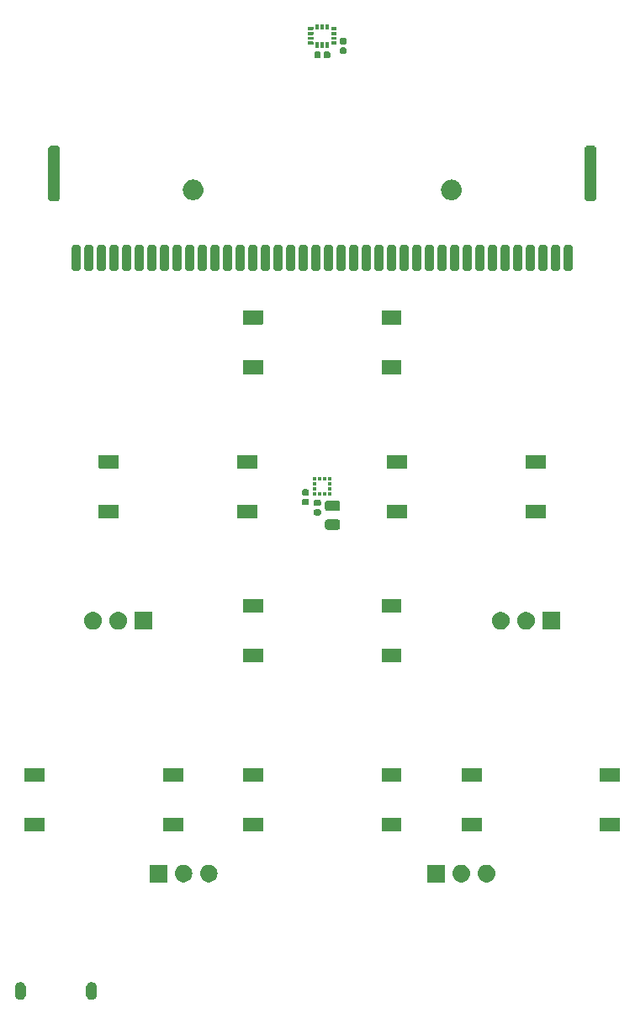
<source format=gbr>
%TF.GenerationSoftware,KiCad,Pcbnew,8.0.6-8.0.6-0~ubuntu24.04.1*%
%TF.CreationDate,2024-11-21T15:03:40-05:00*%
%TF.ProjectId,roversa2,726f7665-7273-4613-922e-6b696361645f,rev?*%
%TF.SameCoordinates,Original*%
%TF.FileFunction,Soldermask,Top*%
%TF.FilePolarity,Negative*%
%FSLAX46Y46*%
G04 Gerber Fmt 4.6, Leading zero omitted, Abs format (unit mm)*
G04 Created by KiCad (PCBNEW 8.0.6-8.0.6-0~ubuntu24.04.1) date 2024-11-21 15:03:40*
%MOMM*%
%LPD*%
G01*
G04 APERTURE LIST*
G04 APERTURE END LIST*
G36*
X69703684Y-146924853D02*
G01*
X69825314Y-146995076D01*
X69924624Y-147094386D01*
X69994847Y-147216016D01*
X70031197Y-147351677D01*
X70035800Y-147421900D01*
X70035800Y-148121900D01*
X70031197Y-148192123D01*
X69994847Y-148327784D01*
X69924624Y-148449414D01*
X69825314Y-148548724D01*
X69703684Y-148618947D01*
X69568023Y-148655297D01*
X69427577Y-148655297D01*
X69291916Y-148618947D01*
X69170286Y-148548724D01*
X69070976Y-148449414D01*
X69000753Y-148327784D01*
X68964403Y-148192123D01*
X68959800Y-148121900D01*
X68959800Y-147421900D01*
X68964403Y-147351677D01*
X69000753Y-147216016D01*
X69070976Y-147094386D01*
X69170286Y-146995076D01*
X69291916Y-146924853D01*
X69427577Y-146888503D01*
X69568023Y-146888503D01*
X69703684Y-146924853D01*
G37*
G36*
X76853684Y-146924853D02*
G01*
X76975314Y-146995076D01*
X77074624Y-147094386D01*
X77144847Y-147216016D01*
X77181197Y-147351677D01*
X77185800Y-147421900D01*
X77185800Y-148121900D01*
X77181197Y-148192123D01*
X77144847Y-148327784D01*
X77074624Y-148449414D01*
X76975314Y-148548724D01*
X76853684Y-148618947D01*
X76718023Y-148655297D01*
X76577577Y-148655297D01*
X76441916Y-148618947D01*
X76320286Y-148548724D01*
X76220976Y-148449414D01*
X76150753Y-148327784D01*
X76114403Y-148192123D01*
X76109800Y-148121900D01*
X76109800Y-147421900D01*
X76114403Y-147351677D01*
X76150753Y-147216016D01*
X76220976Y-147094386D01*
X76320286Y-146995076D01*
X76441916Y-146924853D01*
X76577577Y-146888503D01*
X76718023Y-146888503D01*
X76853684Y-146924853D01*
G37*
G36*
X84237342Y-135086793D02*
G01*
X84249670Y-135095030D01*
X84257907Y-135107358D01*
X84260800Y-135121900D01*
X84260800Y-136821900D01*
X84257907Y-136836442D01*
X84249670Y-136848770D01*
X84237342Y-136857007D01*
X84222800Y-136859900D01*
X82522800Y-136859900D01*
X82508258Y-136857007D01*
X82495930Y-136848770D01*
X82487693Y-136836442D01*
X82484800Y-136821900D01*
X82484800Y-135121900D01*
X82487693Y-135107358D01*
X82495930Y-135095030D01*
X82508258Y-135086793D01*
X82522800Y-135083900D01*
X84222800Y-135083900D01*
X84237342Y-135086793D01*
G37*
G36*
X112187342Y-135086793D02*
G01*
X112199670Y-135095030D01*
X112207907Y-135107358D01*
X112210800Y-135121900D01*
X112210800Y-136821900D01*
X112207907Y-136836442D01*
X112199670Y-136848770D01*
X112187342Y-136857007D01*
X112172800Y-136859900D01*
X110472800Y-136859900D01*
X110458258Y-136857007D01*
X110445930Y-136848770D01*
X110437693Y-136836442D01*
X110434800Y-136821900D01*
X110434800Y-135121900D01*
X110437693Y-135107358D01*
X110445930Y-135095030D01*
X110458258Y-135086793D01*
X110472800Y-135083900D01*
X112172800Y-135083900D01*
X112187342Y-135086793D01*
G37*
G36*
X86187207Y-135127362D02*
G01*
X86356800Y-135202869D01*
X86506988Y-135311987D01*
X86631207Y-135449947D01*
X86724028Y-135610718D01*
X86781395Y-135787274D01*
X86800800Y-135971900D01*
X86781395Y-136156526D01*
X86724028Y-136333082D01*
X86631207Y-136493853D01*
X86506988Y-136631813D01*
X86356800Y-136740931D01*
X86187207Y-136816438D01*
X86005621Y-136855035D01*
X85819979Y-136855035D01*
X85638393Y-136816438D01*
X85468800Y-136740931D01*
X85318612Y-136631813D01*
X85194393Y-136493853D01*
X85101572Y-136333082D01*
X85044205Y-136156526D01*
X85024800Y-135971900D01*
X85044205Y-135787274D01*
X85101572Y-135610718D01*
X85194393Y-135449947D01*
X85318612Y-135311987D01*
X85468800Y-135202869D01*
X85638393Y-135127362D01*
X85819979Y-135088765D01*
X86005621Y-135088765D01*
X86187207Y-135127362D01*
G37*
G36*
X88727207Y-135127362D02*
G01*
X88896800Y-135202869D01*
X89046988Y-135311987D01*
X89171207Y-135449947D01*
X89264028Y-135610718D01*
X89321395Y-135787274D01*
X89340800Y-135971900D01*
X89321395Y-136156526D01*
X89264028Y-136333082D01*
X89171207Y-136493853D01*
X89046988Y-136631813D01*
X88896800Y-136740931D01*
X88727207Y-136816438D01*
X88545621Y-136855035D01*
X88359979Y-136855035D01*
X88178393Y-136816438D01*
X88008800Y-136740931D01*
X87858612Y-136631813D01*
X87734393Y-136493853D01*
X87641572Y-136333082D01*
X87584205Y-136156526D01*
X87564800Y-135971900D01*
X87584205Y-135787274D01*
X87641572Y-135610718D01*
X87734393Y-135449947D01*
X87858612Y-135311987D01*
X88008800Y-135202869D01*
X88178393Y-135127362D01*
X88359979Y-135088765D01*
X88545621Y-135088765D01*
X88727207Y-135127362D01*
G37*
G36*
X114137207Y-135127362D02*
G01*
X114306800Y-135202869D01*
X114456988Y-135311987D01*
X114581207Y-135449947D01*
X114674028Y-135610718D01*
X114731395Y-135787274D01*
X114750800Y-135971900D01*
X114731395Y-136156526D01*
X114674028Y-136333082D01*
X114581207Y-136493853D01*
X114456988Y-136631813D01*
X114306800Y-136740931D01*
X114137207Y-136816438D01*
X113955621Y-136855035D01*
X113769979Y-136855035D01*
X113588393Y-136816438D01*
X113418800Y-136740931D01*
X113268612Y-136631813D01*
X113144393Y-136493853D01*
X113051572Y-136333082D01*
X112994205Y-136156526D01*
X112974800Y-135971900D01*
X112994205Y-135787274D01*
X113051572Y-135610718D01*
X113144393Y-135449947D01*
X113268612Y-135311987D01*
X113418800Y-135202869D01*
X113588393Y-135127362D01*
X113769979Y-135088765D01*
X113955621Y-135088765D01*
X114137207Y-135127362D01*
G37*
G36*
X116677207Y-135127362D02*
G01*
X116846800Y-135202869D01*
X116996988Y-135311987D01*
X117121207Y-135449947D01*
X117214028Y-135610718D01*
X117271395Y-135787274D01*
X117290800Y-135971900D01*
X117271395Y-136156526D01*
X117214028Y-136333082D01*
X117121207Y-136493853D01*
X116996988Y-136631813D01*
X116846800Y-136740931D01*
X116677207Y-136816438D01*
X116495621Y-136855035D01*
X116309979Y-136855035D01*
X116128393Y-136816438D01*
X115958800Y-136740931D01*
X115808612Y-136631813D01*
X115684393Y-136493853D01*
X115591572Y-136333082D01*
X115534205Y-136156526D01*
X115514800Y-135971900D01*
X115534205Y-135787274D01*
X115591572Y-135610718D01*
X115684393Y-135449947D01*
X115808612Y-135311987D01*
X115958800Y-135202869D01*
X116128393Y-135127362D01*
X116309979Y-135088765D01*
X116495621Y-135088765D01*
X116677207Y-135127362D01*
G37*
G36*
X71887342Y-130336793D02*
G01*
X71899670Y-130345030D01*
X71907907Y-130357358D01*
X71910800Y-130371900D01*
X71910800Y-131671900D01*
X71907907Y-131686442D01*
X71899670Y-131698770D01*
X71887342Y-131707007D01*
X71872800Y-131709900D01*
X69922800Y-131709900D01*
X69908258Y-131707007D01*
X69895930Y-131698770D01*
X69887693Y-131686442D01*
X69884800Y-131671900D01*
X69884800Y-130371900D01*
X69887693Y-130357358D01*
X69895930Y-130345030D01*
X69908258Y-130336793D01*
X69922800Y-130333900D01*
X71872800Y-130333900D01*
X71887342Y-130336793D01*
G37*
G36*
X85837342Y-130336793D02*
G01*
X85849670Y-130345030D01*
X85857907Y-130357358D01*
X85860800Y-130371900D01*
X85860800Y-131671900D01*
X85857907Y-131686442D01*
X85849670Y-131698770D01*
X85837342Y-131707007D01*
X85822800Y-131709900D01*
X83872800Y-131709900D01*
X83858258Y-131707007D01*
X83845930Y-131698770D01*
X83837693Y-131686442D01*
X83834800Y-131671900D01*
X83834800Y-130371900D01*
X83837693Y-130357358D01*
X83845930Y-130345030D01*
X83858258Y-130336793D01*
X83872800Y-130333900D01*
X85822800Y-130333900D01*
X85837342Y-130336793D01*
G37*
G36*
X93887342Y-130336793D02*
G01*
X93899670Y-130345030D01*
X93907907Y-130357358D01*
X93910800Y-130371900D01*
X93910800Y-131671900D01*
X93907907Y-131686442D01*
X93899670Y-131698770D01*
X93887342Y-131707007D01*
X93872800Y-131709900D01*
X91922800Y-131709900D01*
X91908258Y-131707007D01*
X91895930Y-131698770D01*
X91887693Y-131686442D01*
X91884800Y-131671900D01*
X91884800Y-130371900D01*
X91887693Y-130357358D01*
X91895930Y-130345030D01*
X91908258Y-130336793D01*
X91922800Y-130333900D01*
X93872800Y-130333900D01*
X93887342Y-130336793D01*
G37*
G36*
X107837342Y-130336793D02*
G01*
X107849670Y-130345030D01*
X107857907Y-130357358D01*
X107860800Y-130371900D01*
X107860800Y-131671900D01*
X107857907Y-131686442D01*
X107849670Y-131698770D01*
X107837342Y-131707007D01*
X107822800Y-131709900D01*
X105872800Y-131709900D01*
X105858258Y-131707007D01*
X105845930Y-131698770D01*
X105837693Y-131686442D01*
X105834800Y-131671900D01*
X105834800Y-130371900D01*
X105837693Y-130357358D01*
X105845930Y-130345030D01*
X105858258Y-130336793D01*
X105872800Y-130333900D01*
X107822800Y-130333900D01*
X107837342Y-130336793D01*
G37*
G36*
X115887342Y-130336793D02*
G01*
X115899670Y-130345030D01*
X115907907Y-130357358D01*
X115910800Y-130371900D01*
X115910800Y-131671900D01*
X115907907Y-131686442D01*
X115899670Y-131698770D01*
X115887342Y-131707007D01*
X115872800Y-131709900D01*
X113922800Y-131709900D01*
X113908258Y-131707007D01*
X113895930Y-131698770D01*
X113887693Y-131686442D01*
X113884800Y-131671900D01*
X113884800Y-130371900D01*
X113887693Y-130357358D01*
X113895930Y-130345030D01*
X113908258Y-130336793D01*
X113922800Y-130333900D01*
X115872800Y-130333900D01*
X115887342Y-130336793D01*
G37*
G36*
X129837342Y-130336793D02*
G01*
X129849670Y-130345030D01*
X129857907Y-130357358D01*
X129860800Y-130371900D01*
X129860800Y-131671900D01*
X129857907Y-131686442D01*
X129849670Y-131698770D01*
X129837342Y-131707007D01*
X129822800Y-131709900D01*
X127872800Y-131709900D01*
X127858258Y-131707007D01*
X127845930Y-131698770D01*
X127837693Y-131686442D01*
X127834800Y-131671900D01*
X127834800Y-130371900D01*
X127837693Y-130357358D01*
X127845930Y-130345030D01*
X127858258Y-130336793D01*
X127872800Y-130333900D01*
X129822800Y-130333900D01*
X129837342Y-130336793D01*
G37*
G36*
X71887342Y-125336793D02*
G01*
X71899670Y-125345030D01*
X71907907Y-125357358D01*
X71910800Y-125371900D01*
X71910800Y-126671900D01*
X71907907Y-126686442D01*
X71899670Y-126698770D01*
X71887342Y-126707007D01*
X71872800Y-126709900D01*
X69922800Y-126709900D01*
X69908258Y-126707007D01*
X69895930Y-126698770D01*
X69887693Y-126686442D01*
X69884800Y-126671900D01*
X69884800Y-125371900D01*
X69887693Y-125357358D01*
X69895930Y-125345030D01*
X69908258Y-125336793D01*
X69922800Y-125333900D01*
X71872800Y-125333900D01*
X71887342Y-125336793D01*
G37*
G36*
X85837342Y-125336793D02*
G01*
X85849670Y-125345030D01*
X85857907Y-125357358D01*
X85860800Y-125371900D01*
X85860800Y-126671900D01*
X85857907Y-126686442D01*
X85849670Y-126698770D01*
X85837342Y-126707007D01*
X85822800Y-126709900D01*
X83872800Y-126709900D01*
X83858258Y-126707007D01*
X83845930Y-126698770D01*
X83837693Y-126686442D01*
X83834800Y-126671900D01*
X83834800Y-125371900D01*
X83837693Y-125357358D01*
X83845930Y-125345030D01*
X83858258Y-125336793D01*
X83872800Y-125333900D01*
X85822800Y-125333900D01*
X85837342Y-125336793D01*
G37*
G36*
X93887342Y-125336793D02*
G01*
X93899670Y-125345030D01*
X93907907Y-125357358D01*
X93910800Y-125371900D01*
X93910800Y-126671900D01*
X93907907Y-126686442D01*
X93899670Y-126698770D01*
X93887342Y-126707007D01*
X93872800Y-126709900D01*
X91922800Y-126709900D01*
X91908258Y-126707007D01*
X91895930Y-126698770D01*
X91887693Y-126686442D01*
X91884800Y-126671900D01*
X91884800Y-125371900D01*
X91887693Y-125357358D01*
X91895930Y-125345030D01*
X91908258Y-125336793D01*
X91922800Y-125333900D01*
X93872800Y-125333900D01*
X93887342Y-125336793D01*
G37*
G36*
X107837342Y-125336793D02*
G01*
X107849670Y-125345030D01*
X107857907Y-125357358D01*
X107860800Y-125371900D01*
X107860800Y-126671900D01*
X107857907Y-126686442D01*
X107849670Y-126698770D01*
X107837342Y-126707007D01*
X107822800Y-126709900D01*
X105872800Y-126709900D01*
X105858258Y-126707007D01*
X105845930Y-126698770D01*
X105837693Y-126686442D01*
X105834800Y-126671900D01*
X105834800Y-125371900D01*
X105837693Y-125357358D01*
X105845930Y-125345030D01*
X105858258Y-125336793D01*
X105872800Y-125333900D01*
X107822800Y-125333900D01*
X107837342Y-125336793D01*
G37*
G36*
X115887342Y-125336793D02*
G01*
X115899670Y-125345030D01*
X115907907Y-125357358D01*
X115910800Y-125371900D01*
X115910800Y-126671900D01*
X115907907Y-126686442D01*
X115899670Y-126698770D01*
X115887342Y-126707007D01*
X115872800Y-126709900D01*
X113922800Y-126709900D01*
X113908258Y-126707007D01*
X113895930Y-126698770D01*
X113887693Y-126686442D01*
X113884800Y-126671900D01*
X113884800Y-125371900D01*
X113887693Y-125357358D01*
X113895930Y-125345030D01*
X113908258Y-125336793D01*
X113922800Y-125333900D01*
X115872800Y-125333900D01*
X115887342Y-125336793D01*
G37*
G36*
X129837342Y-125336793D02*
G01*
X129849670Y-125345030D01*
X129857907Y-125357358D01*
X129860800Y-125371900D01*
X129860800Y-126671900D01*
X129857907Y-126686442D01*
X129849670Y-126698770D01*
X129837342Y-126707007D01*
X129822800Y-126709900D01*
X127872800Y-126709900D01*
X127858258Y-126707007D01*
X127845930Y-126698770D01*
X127837693Y-126686442D01*
X127834800Y-126671900D01*
X127834800Y-125371900D01*
X127837693Y-125357358D01*
X127845930Y-125345030D01*
X127858258Y-125336793D01*
X127872800Y-125333900D01*
X129822800Y-125333900D01*
X129837342Y-125336793D01*
G37*
G36*
X93887342Y-113336793D02*
G01*
X93899670Y-113345030D01*
X93907907Y-113357358D01*
X93910800Y-113371900D01*
X93910800Y-114671900D01*
X93907907Y-114686442D01*
X93899670Y-114698770D01*
X93887342Y-114707007D01*
X93872800Y-114709900D01*
X91922800Y-114709900D01*
X91908258Y-114707007D01*
X91895930Y-114698770D01*
X91887693Y-114686442D01*
X91884800Y-114671900D01*
X91884800Y-113371900D01*
X91887693Y-113357358D01*
X91895930Y-113345030D01*
X91908258Y-113336793D01*
X91922800Y-113333900D01*
X93872800Y-113333900D01*
X93887342Y-113336793D01*
G37*
G36*
X107837342Y-113336793D02*
G01*
X107849670Y-113345030D01*
X107857907Y-113357358D01*
X107860800Y-113371900D01*
X107860800Y-114671900D01*
X107857907Y-114686442D01*
X107849670Y-114698770D01*
X107837342Y-114707007D01*
X107822800Y-114709900D01*
X105872800Y-114709900D01*
X105858258Y-114707007D01*
X105845930Y-114698770D01*
X105837693Y-114686442D01*
X105834800Y-114671900D01*
X105834800Y-113371900D01*
X105837693Y-113357358D01*
X105845930Y-113345030D01*
X105858258Y-113336793D01*
X105872800Y-113333900D01*
X107822800Y-113333900D01*
X107837342Y-113336793D01*
G37*
G36*
X82737342Y-109636793D02*
G01*
X82749670Y-109645030D01*
X82757907Y-109657358D01*
X82760800Y-109671900D01*
X82760800Y-111371900D01*
X82757907Y-111386442D01*
X82749670Y-111398770D01*
X82737342Y-111407007D01*
X82722800Y-111409900D01*
X81022800Y-111409900D01*
X81008258Y-111407007D01*
X80995930Y-111398770D01*
X80987693Y-111386442D01*
X80984800Y-111371900D01*
X80984800Y-109671900D01*
X80987693Y-109657358D01*
X80995930Y-109645030D01*
X81008258Y-109636793D01*
X81022800Y-109633900D01*
X82722800Y-109633900D01*
X82737342Y-109636793D01*
G37*
G36*
X123787342Y-109636793D02*
G01*
X123799670Y-109645030D01*
X123807907Y-109657358D01*
X123810800Y-109671900D01*
X123810800Y-111371900D01*
X123807907Y-111386442D01*
X123799670Y-111398770D01*
X123787342Y-111407007D01*
X123772800Y-111409900D01*
X122072800Y-111409900D01*
X122058258Y-111407007D01*
X122045930Y-111398770D01*
X122037693Y-111386442D01*
X122034800Y-111371900D01*
X122034800Y-109671900D01*
X122037693Y-109657358D01*
X122045930Y-109645030D01*
X122058258Y-109636793D01*
X122072800Y-109633900D01*
X123772800Y-109633900D01*
X123787342Y-109636793D01*
G37*
G36*
X77067207Y-109677362D02*
G01*
X77236800Y-109752869D01*
X77386988Y-109861987D01*
X77511207Y-109999947D01*
X77604028Y-110160718D01*
X77661395Y-110337274D01*
X77680800Y-110521900D01*
X77661395Y-110706526D01*
X77604028Y-110883082D01*
X77511207Y-111043853D01*
X77386988Y-111181813D01*
X77236800Y-111290931D01*
X77067207Y-111366438D01*
X76885621Y-111405035D01*
X76699979Y-111405035D01*
X76518393Y-111366438D01*
X76348800Y-111290931D01*
X76198612Y-111181813D01*
X76074393Y-111043853D01*
X75981572Y-110883082D01*
X75924205Y-110706526D01*
X75904800Y-110521900D01*
X75924205Y-110337274D01*
X75981572Y-110160718D01*
X76074393Y-109999947D01*
X76198612Y-109861987D01*
X76348800Y-109752869D01*
X76518393Y-109677362D01*
X76699979Y-109638765D01*
X76885621Y-109638765D01*
X77067207Y-109677362D01*
G37*
G36*
X79607207Y-109677362D02*
G01*
X79776800Y-109752869D01*
X79926988Y-109861987D01*
X80051207Y-109999947D01*
X80144028Y-110160718D01*
X80201395Y-110337274D01*
X80220800Y-110521900D01*
X80201395Y-110706526D01*
X80144028Y-110883082D01*
X80051207Y-111043853D01*
X79926988Y-111181813D01*
X79776800Y-111290931D01*
X79607207Y-111366438D01*
X79425621Y-111405035D01*
X79239979Y-111405035D01*
X79058393Y-111366438D01*
X78888800Y-111290931D01*
X78738612Y-111181813D01*
X78614393Y-111043853D01*
X78521572Y-110883082D01*
X78464205Y-110706526D01*
X78444800Y-110521900D01*
X78464205Y-110337274D01*
X78521572Y-110160718D01*
X78614393Y-109999947D01*
X78738612Y-109861987D01*
X78888800Y-109752869D01*
X79058393Y-109677362D01*
X79239979Y-109638765D01*
X79425621Y-109638765D01*
X79607207Y-109677362D01*
G37*
G36*
X118117207Y-109677362D02*
G01*
X118286800Y-109752869D01*
X118436988Y-109861987D01*
X118561207Y-109999947D01*
X118654028Y-110160718D01*
X118711395Y-110337274D01*
X118730800Y-110521900D01*
X118711395Y-110706526D01*
X118654028Y-110883082D01*
X118561207Y-111043853D01*
X118436988Y-111181813D01*
X118286800Y-111290931D01*
X118117207Y-111366438D01*
X117935621Y-111405035D01*
X117749979Y-111405035D01*
X117568393Y-111366438D01*
X117398800Y-111290931D01*
X117248612Y-111181813D01*
X117124393Y-111043853D01*
X117031572Y-110883082D01*
X116974205Y-110706526D01*
X116954800Y-110521900D01*
X116974205Y-110337274D01*
X117031572Y-110160718D01*
X117124393Y-109999947D01*
X117248612Y-109861987D01*
X117398800Y-109752869D01*
X117568393Y-109677362D01*
X117749979Y-109638765D01*
X117935621Y-109638765D01*
X118117207Y-109677362D01*
G37*
G36*
X120657207Y-109677362D02*
G01*
X120826800Y-109752869D01*
X120976988Y-109861987D01*
X121101207Y-109999947D01*
X121194028Y-110160718D01*
X121251395Y-110337274D01*
X121270800Y-110521900D01*
X121251395Y-110706526D01*
X121194028Y-110883082D01*
X121101207Y-111043853D01*
X120976988Y-111181813D01*
X120826800Y-111290931D01*
X120657207Y-111366438D01*
X120475621Y-111405035D01*
X120289979Y-111405035D01*
X120108393Y-111366438D01*
X119938800Y-111290931D01*
X119788612Y-111181813D01*
X119664393Y-111043853D01*
X119571572Y-110883082D01*
X119514205Y-110706526D01*
X119494800Y-110521900D01*
X119514205Y-110337274D01*
X119571572Y-110160718D01*
X119664393Y-109999947D01*
X119788612Y-109861987D01*
X119938800Y-109752869D01*
X120108393Y-109677362D01*
X120289979Y-109638765D01*
X120475621Y-109638765D01*
X120657207Y-109677362D01*
G37*
G36*
X93887342Y-108336793D02*
G01*
X93899670Y-108345030D01*
X93907907Y-108357358D01*
X93910800Y-108371900D01*
X93910800Y-109671900D01*
X93907907Y-109686442D01*
X93899670Y-109698770D01*
X93887342Y-109707007D01*
X93872800Y-109709900D01*
X91922800Y-109709900D01*
X91908258Y-109707007D01*
X91895930Y-109698770D01*
X91887693Y-109686442D01*
X91884800Y-109671900D01*
X91884800Y-108371900D01*
X91887693Y-108357358D01*
X91895930Y-108345030D01*
X91908258Y-108336793D01*
X91922800Y-108333900D01*
X93872800Y-108333900D01*
X93887342Y-108336793D01*
G37*
G36*
X107837342Y-108336793D02*
G01*
X107849670Y-108345030D01*
X107857907Y-108357358D01*
X107860800Y-108371900D01*
X107860800Y-109671900D01*
X107857907Y-109686442D01*
X107849670Y-109698770D01*
X107837342Y-109707007D01*
X107822800Y-109709900D01*
X105872800Y-109709900D01*
X105858258Y-109707007D01*
X105845930Y-109698770D01*
X105837693Y-109686442D01*
X105834800Y-109671900D01*
X105834800Y-108371900D01*
X105837693Y-108357358D01*
X105845930Y-108345030D01*
X105858258Y-108336793D01*
X105872800Y-108333900D01*
X107822800Y-108333900D01*
X107837342Y-108336793D01*
G37*
G36*
X101455138Y-100317850D02*
G01*
X101459853Y-100319932D01*
X101462526Y-100320284D01*
X101495970Y-100335879D01*
X101551959Y-100360601D01*
X101626799Y-100435441D01*
X101651530Y-100491451D01*
X101667115Y-100524873D01*
X101667466Y-100527543D01*
X101669550Y-100532262D01*
X101677200Y-100598200D01*
X101677200Y-101098200D01*
X101669550Y-101164138D01*
X101667466Y-101168856D01*
X101667115Y-101171526D01*
X101651538Y-101204930D01*
X101626799Y-101260959D01*
X101551959Y-101335799D01*
X101495930Y-101360538D01*
X101462526Y-101376115D01*
X101459856Y-101376466D01*
X101455138Y-101378550D01*
X101389200Y-101386200D01*
X100439200Y-101386200D01*
X100373262Y-101378550D01*
X100368543Y-101376466D01*
X100365873Y-101376115D01*
X100332451Y-101360530D01*
X100276441Y-101335799D01*
X100201601Y-101260959D01*
X100176879Y-101204970D01*
X100161284Y-101171526D01*
X100160932Y-101168853D01*
X100158850Y-101164138D01*
X100151200Y-101098200D01*
X100151200Y-100598200D01*
X100158850Y-100532262D01*
X100160932Y-100527546D01*
X100161284Y-100524873D01*
X100176887Y-100491410D01*
X100201601Y-100435441D01*
X100276441Y-100360601D01*
X100332410Y-100335887D01*
X100365873Y-100320284D01*
X100368546Y-100319932D01*
X100373262Y-100317850D01*
X100439200Y-100310200D01*
X101389200Y-100310200D01*
X101455138Y-100317850D01*
G37*
G36*
X79387342Y-98836793D02*
G01*
X79399670Y-98845030D01*
X79407907Y-98857358D01*
X79410800Y-98871900D01*
X79410800Y-100171900D01*
X79407907Y-100186442D01*
X79399670Y-100198770D01*
X79387342Y-100207007D01*
X79372800Y-100209900D01*
X77422800Y-100209900D01*
X77408258Y-100207007D01*
X77395930Y-100198770D01*
X77387693Y-100186442D01*
X77384800Y-100171900D01*
X77384800Y-98871900D01*
X77387693Y-98857358D01*
X77395930Y-98845030D01*
X77408258Y-98836793D01*
X77422800Y-98833900D01*
X79372800Y-98833900D01*
X79387342Y-98836793D01*
G37*
G36*
X93337342Y-98836793D02*
G01*
X93349670Y-98845030D01*
X93357907Y-98857358D01*
X93360800Y-98871900D01*
X93360800Y-100171900D01*
X93357907Y-100186442D01*
X93349670Y-100198770D01*
X93337342Y-100207007D01*
X93322800Y-100209900D01*
X91372800Y-100209900D01*
X91358258Y-100207007D01*
X91345930Y-100198770D01*
X91337693Y-100186442D01*
X91334800Y-100171900D01*
X91334800Y-98871900D01*
X91337693Y-98857358D01*
X91345930Y-98845030D01*
X91358258Y-98836793D01*
X91372800Y-98833900D01*
X93322800Y-98833900D01*
X93337342Y-98836793D01*
G37*
G36*
X108387342Y-98836793D02*
G01*
X108399670Y-98845030D01*
X108407907Y-98857358D01*
X108410800Y-98871900D01*
X108410800Y-100171900D01*
X108407907Y-100186442D01*
X108399670Y-100198770D01*
X108387342Y-100207007D01*
X108372800Y-100209900D01*
X106422800Y-100209900D01*
X106408258Y-100207007D01*
X106395930Y-100198770D01*
X106387693Y-100186442D01*
X106384800Y-100171900D01*
X106384800Y-98871900D01*
X106387693Y-98857358D01*
X106395930Y-98845030D01*
X106408258Y-98836793D01*
X106422800Y-98833900D01*
X108372800Y-98833900D01*
X108387342Y-98836793D01*
G37*
G36*
X122337342Y-98836793D02*
G01*
X122349670Y-98845030D01*
X122357907Y-98857358D01*
X122360800Y-98871900D01*
X122360800Y-100171900D01*
X122357907Y-100186442D01*
X122349670Y-100198770D01*
X122337342Y-100207007D01*
X122322800Y-100209900D01*
X120372800Y-100209900D01*
X120358258Y-100207007D01*
X120345930Y-100198770D01*
X120337693Y-100186442D01*
X120334800Y-100171900D01*
X120334800Y-98871900D01*
X120337693Y-98857358D01*
X120345930Y-98845030D01*
X120358258Y-98836793D01*
X120372800Y-98833900D01*
X122322800Y-98833900D01*
X122337342Y-98836793D01*
G37*
G36*
X99628318Y-99311749D02*
G01*
X99686065Y-99350335D01*
X99724651Y-99408082D01*
X99738200Y-99476200D01*
X99738200Y-99756200D01*
X99724651Y-99824318D01*
X99686065Y-99882065D01*
X99628318Y-99920651D01*
X99560200Y-99934200D01*
X99220200Y-99934200D01*
X99152082Y-99920651D01*
X99094335Y-99882065D01*
X99055749Y-99824318D01*
X99042200Y-99756200D01*
X99042200Y-99476200D01*
X99055749Y-99408082D01*
X99094335Y-99350335D01*
X99152082Y-99311749D01*
X99220200Y-99298200D01*
X99560200Y-99298200D01*
X99628318Y-99311749D01*
G37*
G36*
X101455138Y-98417850D02*
G01*
X101459853Y-98419932D01*
X101462526Y-98420284D01*
X101495970Y-98435879D01*
X101551959Y-98460601D01*
X101626799Y-98535441D01*
X101651530Y-98591451D01*
X101667115Y-98624873D01*
X101667466Y-98627543D01*
X101669550Y-98632262D01*
X101677200Y-98698200D01*
X101677200Y-99198200D01*
X101669550Y-99264138D01*
X101667466Y-99268856D01*
X101667115Y-99271526D01*
X101651538Y-99304930D01*
X101626799Y-99360959D01*
X101551959Y-99435799D01*
X101495930Y-99460538D01*
X101462526Y-99476115D01*
X101459856Y-99476466D01*
X101455138Y-99478550D01*
X101389200Y-99486200D01*
X100439200Y-99486200D01*
X100373262Y-99478550D01*
X100368543Y-99476466D01*
X100365873Y-99476115D01*
X100332451Y-99460530D01*
X100276441Y-99435799D01*
X100201601Y-99360959D01*
X100176879Y-99304970D01*
X100161284Y-99271526D01*
X100160932Y-99268853D01*
X100158850Y-99264138D01*
X100151200Y-99198200D01*
X100151200Y-98698200D01*
X100158850Y-98632262D01*
X100160932Y-98627546D01*
X100161284Y-98624873D01*
X100176887Y-98591410D01*
X100201601Y-98535441D01*
X100276441Y-98460601D01*
X100332410Y-98435887D01*
X100365873Y-98420284D01*
X100368546Y-98419932D01*
X100373262Y-98417850D01*
X100439200Y-98410200D01*
X101389200Y-98410200D01*
X101455138Y-98417850D01*
G37*
G36*
X99628318Y-98351749D02*
G01*
X99686065Y-98390335D01*
X99724651Y-98448082D01*
X99738200Y-98516200D01*
X99738200Y-98796200D01*
X99724651Y-98864318D01*
X99686065Y-98922065D01*
X99628318Y-98960651D01*
X99560200Y-98974200D01*
X99220200Y-98974200D01*
X99152082Y-98960651D01*
X99094335Y-98922065D01*
X99055749Y-98864318D01*
X99042200Y-98796200D01*
X99042200Y-98516200D01*
X99055749Y-98448082D01*
X99094335Y-98390335D01*
X99152082Y-98351749D01*
X99220200Y-98338200D01*
X99560200Y-98338200D01*
X99628318Y-98351749D01*
G37*
G36*
X98434518Y-98267049D02*
G01*
X98492265Y-98305635D01*
X98530851Y-98363382D01*
X98544400Y-98431500D01*
X98544400Y-98711500D01*
X98530851Y-98779618D01*
X98492265Y-98837365D01*
X98434518Y-98875951D01*
X98366400Y-98889500D01*
X98026400Y-98889500D01*
X97958282Y-98875951D01*
X97900535Y-98837365D01*
X97861949Y-98779618D01*
X97848400Y-98711500D01*
X97848400Y-98431500D01*
X97861949Y-98363382D01*
X97900535Y-98305635D01*
X97958282Y-98267049D01*
X98026400Y-98253500D01*
X98366400Y-98253500D01*
X98434518Y-98267049D01*
G37*
G36*
X99762342Y-97611793D02*
G01*
X99774670Y-97620030D01*
X99782907Y-97632358D01*
X99785800Y-97646900D01*
X99785800Y-97921900D01*
X99782907Y-97936442D01*
X99774670Y-97948770D01*
X99762342Y-97957007D01*
X99747800Y-97959900D01*
X99497800Y-97959900D01*
X99483258Y-97957007D01*
X99470930Y-97948770D01*
X99462693Y-97936442D01*
X99459800Y-97921900D01*
X99459800Y-97646900D01*
X99462693Y-97632358D01*
X99470930Y-97620030D01*
X99483258Y-97611793D01*
X99497800Y-97608900D01*
X99747800Y-97608900D01*
X99762342Y-97611793D01*
G37*
G36*
X100262342Y-97611793D02*
G01*
X100274670Y-97620030D01*
X100282907Y-97632358D01*
X100285800Y-97646900D01*
X100285800Y-97921900D01*
X100282907Y-97936442D01*
X100274670Y-97948770D01*
X100262342Y-97957007D01*
X100247800Y-97959900D01*
X99997800Y-97959900D01*
X99983258Y-97957007D01*
X99970930Y-97948770D01*
X99962693Y-97936442D01*
X99959800Y-97921900D01*
X99959800Y-97646900D01*
X99962693Y-97632358D01*
X99970930Y-97620030D01*
X99983258Y-97611793D01*
X99997800Y-97608900D01*
X100247800Y-97608900D01*
X100262342Y-97611793D01*
G37*
G36*
X99262342Y-97611793D02*
G01*
X99274670Y-97620030D01*
X99282907Y-97632358D01*
X99285800Y-97646900D01*
X99285800Y-97896900D01*
X99282907Y-97911442D01*
X99274670Y-97923770D01*
X99262342Y-97932007D01*
X99247800Y-97934900D01*
X98972800Y-97934900D01*
X98958258Y-97932007D01*
X98945930Y-97923770D01*
X98937693Y-97911442D01*
X98934800Y-97896900D01*
X98934800Y-97646900D01*
X98937693Y-97632358D01*
X98945930Y-97620030D01*
X98958258Y-97611793D01*
X98972800Y-97608900D01*
X99247800Y-97608900D01*
X99262342Y-97611793D01*
G37*
G36*
X100787342Y-97611793D02*
G01*
X100799670Y-97620030D01*
X100807907Y-97632358D01*
X100810800Y-97646900D01*
X100810800Y-97896900D01*
X100807907Y-97911442D01*
X100799670Y-97923770D01*
X100787342Y-97932007D01*
X100772800Y-97934900D01*
X100497800Y-97934900D01*
X100483258Y-97932007D01*
X100470930Y-97923770D01*
X100462693Y-97911442D01*
X100459800Y-97896900D01*
X100459800Y-97646900D01*
X100462693Y-97632358D01*
X100470930Y-97620030D01*
X100483258Y-97611793D01*
X100497800Y-97608900D01*
X100772800Y-97608900D01*
X100787342Y-97611793D01*
G37*
G36*
X98434518Y-97307049D02*
G01*
X98492265Y-97345635D01*
X98530851Y-97403382D01*
X98544400Y-97471500D01*
X98544400Y-97751500D01*
X98530851Y-97819618D01*
X98492265Y-97877365D01*
X98434518Y-97915951D01*
X98366400Y-97929500D01*
X98026400Y-97929500D01*
X97958282Y-97915951D01*
X97900535Y-97877365D01*
X97861949Y-97819618D01*
X97848400Y-97751500D01*
X97848400Y-97471500D01*
X97861949Y-97403382D01*
X97900535Y-97345635D01*
X97958282Y-97307049D01*
X98026400Y-97293500D01*
X98366400Y-97293500D01*
X98434518Y-97307049D01*
G37*
G36*
X99262342Y-97111793D02*
G01*
X99274670Y-97120030D01*
X99282907Y-97132358D01*
X99285800Y-97146900D01*
X99285800Y-97396900D01*
X99282907Y-97411442D01*
X99274670Y-97423770D01*
X99262342Y-97432007D01*
X99247800Y-97434900D01*
X98972800Y-97434900D01*
X98958258Y-97432007D01*
X98945930Y-97423770D01*
X98937693Y-97411442D01*
X98934800Y-97396900D01*
X98934800Y-97146900D01*
X98937693Y-97132358D01*
X98945930Y-97120030D01*
X98958258Y-97111793D01*
X98972800Y-97108900D01*
X99247800Y-97108900D01*
X99262342Y-97111793D01*
G37*
G36*
X100787342Y-97111793D02*
G01*
X100799670Y-97120030D01*
X100807907Y-97132358D01*
X100810800Y-97146900D01*
X100810800Y-97396900D01*
X100807907Y-97411442D01*
X100799670Y-97423770D01*
X100787342Y-97432007D01*
X100772800Y-97434900D01*
X100497800Y-97434900D01*
X100483258Y-97432007D01*
X100470930Y-97423770D01*
X100462693Y-97411442D01*
X100459800Y-97396900D01*
X100459800Y-97146900D01*
X100462693Y-97132358D01*
X100470930Y-97120030D01*
X100483258Y-97111793D01*
X100497800Y-97108900D01*
X100772800Y-97108900D01*
X100787342Y-97111793D01*
G37*
G36*
X99262342Y-96611793D02*
G01*
X99274670Y-96620030D01*
X99282907Y-96632358D01*
X99285800Y-96646900D01*
X99285800Y-96896900D01*
X99282907Y-96911442D01*
X99274670Y-96923770D01*
X99262342Y-96932007D01*
X99247800Y-96934900D01*
X98972800Y-96934900D01*
X98958258Y-96932007D01*
X98945930Y-96923770D01*
X98937693Y-96911442D01*
X98934800Y-96896900D01*
X98934800Y-96646900D01*
X98937693Y-96632358D01*
X98945930Y-96620030D01*
X98958258Y-96611793D01*
X98972800Y-96608900D01*
X99247800Y-96608900D01*
X99262342Y-96611793D01*
G37*
G36*
X100787342Y-96611793D02*
G01*
X100799670Y-96620030D01*
X100807907Y-96632358D01*
X100810800Y-96646900D01*
X100810800Y-96896900D01*
X100807907Y-96911442D01*
X100799670Y-96923770D01*
X100787342Y-96932007D01*
X100772800Y-96934900D01*
X100497800Y-96934900D01*
X100483258Y-96932007D01*
X100470930Y-96923770D01*
X100462693Y-96911442D01*
X100459800Y-96896900D01*
X100459800Y-96646900D01*
X100462693Y-96632358D01*
X100470930Y-96620030D01*
X100483258Y-96611793D01*
X100497800Y-96608900D01*
X100772800Y-96608900D01*
X100787342Y-96611793D01*
G37*
G36*
X99262342Y-96111793D02*
G01*
X99274670Y-96120030D01*
X99282907Y-96132358D01*
X99285800Y-96146900D01*
X99285800Y-96396900D01*
X99282907Y-96411442D01*
X99274670Y-96423770D01*
X99262342Y-96432007D01*
X99247800Y-96434900D01*
X98972800Y-96434900D01*
X98958258Y-96432007D01*
X98945930Y-96423770D01*
X98937693Y-96411442D01*
X98934800Y-96396900D01*
X98934800Y-96146900D01*
X98937693Y-96132358D01*
X98945930Y-96120030D01*
X98958258Y-96111793D01*
X98972800Y-96108900D01*
X99247800Y-96108900D01*
X99262342Y-96111793D01*
G37*
G36*
X99762342Y-96086793D02*
G01*
X99774670Y-96095030D01*
X99782907Y-96107358D01*
X99785800Y-96121900D01*
X99785800Y-96396900D01*
X99782907Y-96411442D01*
X99774670Y-96423770D01*
X99762342Y-96432007D01*
X99747800Y-96434900D01*
X99497800Y-96434900D01*
X99483258Y-96432007D01*
X99470930Y-96423770D01*
X99462693Y-96411442D01*
X99459800Y-96396900D01*
X99459800Y-96121900D01*
X99462693Y-96107358D01*
X99470930Y-96095030D01*
X99483258Y-96086793D01*
X99497800Y-96083900D01*
X99747800Y-96083900D01*
X99762342Y-96086793D01*
G37*
G36*
X100262342Y-96086793D02*
G01*
X100274670Y-96095030D01*
X100282907Y-96107358D01*
X100285800Y-96121900D01*
X100285800Y-96396900D01*
X100282907Y-96411442D01*
X100274670Y-96423770D01*
X100262342Y-96432007D01*
X100247800Y-96434900D01*
X99997800Y-96434900D01*
X99983258Y-96432007D01*
X99970930Y-96423770D01*
X99962693Y-96411442D01*
X99959800Y-96396900D01*
X99959800Y-96121900D01*
X99962693Y-96107358D01*
X99970930Y-96095030D01*
X99983258Y-96086793D01*
X99997800Y-96083900D01*
X100247800Y-96083900D01*
X100262342Y-96086793D01*
G37*
G36*
X100787342Y-96111793D02*
G01*
X100799670Y-96120030D01*
X100807907Y-96132358D01*
X100810800Y-96146900D01*
X100810800Y-96396900D01*
X100807907Y-96411442D01*
X100799670Y-96423770D01*
X100787342Y-96432007D01*
X100772800Y-96434900D01*
X100497800Y-96434900D01*
X100483258Y-96432007D01*
X100470930Y-96423770D01*
X100462693Y-96411442D01*
X100459800Y-96396900D01*
X100459800Y-96146900D01*
X100462693Y-96132358D01*
X100470930Y-96120030D01*
X100483258Y-96111793D01*
X100497800Y-96108900D01*
X100772800Y-96108900D01*
X100787342Y-96111793D01*
G37*
G36*
X79387342Y-93836793D02*
G01*
X79399670Y-93845030D01*
X79407907Y-93857358D01*
X79410800Y-93871900D01*
X79410800Y-95171900D01*
X79407907Y-95186442D01*
X79399670Y-95198770D01*
X79387342Y-95207007D01*
X79372800Y-95209900D01*
X77422800Y-95209900D01*
X77408258Y-95207007D01*
X77395930Y-95198770D01*
X77387693Y-95186442D01*
X77384800Y-95171900D01*
X77384800Y-93871900D01*
X77387693Y-93857358D01*
X77395930Y-93845030D01*
X77408258Y-93836793D01*
X77422800Y-93833900D01*
X79372800Y-93833900D01*
X79387342Y-93836793D01*
G37*
G36*
X93337342Y-93836793D02*
G01*
X93349670Y-93845030D01*
X93357907Y-93857358D01*
X93360800Y-93871900D01*
X93360800Y-95171900D01*
X93357907Y-95186442D01*
X93349670Y-95198770D01*
X93337342Y-95207007D01*
X93322800Y-95209900D01*
X91372800Y-95209900D01*
X91358258Y-95207007D01*
X91345930Y-95198770D01*
X91337693Y-95186442D01*
X91334800Y-95171900D01*
X91334800Y-93871900D01*
X91337693Y-93857358D01*
X91345930Y-93845030D01*
X91358258Y-93836793D01*
X91372800Y-93833900D01*
X93322800Y-93833900D01*
X93337342Y-93836793D01*
G37*
G36*
X108387342Y-93836793D02*
G01*
X108399670Y-93845030D01*
X108407907Y-93857358D01*
X108410800Y-93871900D01*
X108410800Y-95171900D01*
X108407907Y-95186442D01*
X108399670Y-95198770D01*
X108387342Y-95207007D01*
X108372800Y-95209900D01*
X106422800Y-95209900D01*
X106408258Y-95207007D01*
X106395930Y-95198770D01*
X106387693Y-95186442D01*
X106384800Y-95171900D01*
X106384800Y-93871900D01*
X106387693Y-93857358D01*
X106395930Y-93845030D01*
X106408258Y-93836793D01*
X106422800Y-93833900D01*
X108372800Y-93833900D01*
X108387342Y-93836793D01*
G37*
G36*
X122337342Y-93836793D02*
G01*
X122349670Y-93845030D01*
X122357907Y-93857358D01*
X122360800Y-93871900D01*
X122360800Y-95171900D01*
X122357907Y-95186442D01*
X122349670Y-95198770D01*
X122337342Y-95207007D01*
X122322800Y-95209900D01*
X120372800Y-95209900D01*
X120358258Y-95207007D01*
X120345930Y-95198770D01*
X120337693Y-95186442D01*
X120334800Y-95171900D01*
X120334800Y-93871900D01*
X120337693Y-93857358D01*
X120345930Y-93845030D01*
X120358258Y-93836793D01*
X120372800Y-93833900D01*
X122322800Y-93833900D01*
X122337342Y-93836793D01*
G37*
G36*
X93887342Y-84336793D02*
G01*
X93899670Y-84345030D01*
X93907907Y-84357358D01*
X93910800Y-84371900D01*
X93910800Y-85671900D01*
X93907907Y-85686442D01*
X93899670Y-85698770D01*
X93887342Y-85707007D01*
X93872800Y-85709900D01*
X91922800Y-85709900D01*
X91908258Y-85707007D01*
X91895930Y-85698770D01*
X91887693Y-85686442D01*
X91884800Y-85671900D01*
X91884800Y-84371900D01*
X91887693Y-84357358D01*
X91895930Y-84345030D01*
X91908258Y-84336793D01*
X91922800Y-84333900D01*
X93872800Y-84333900D01*
X93887342Y-84336793D01*
G37*
G36*
X107837342Y-84336793D02*
G01*
X107849670Y-84345030D01*
X107857907Y-84357358D01*
X107860800Y-84371900D01*
X107860800Y-85671900D01*
X107857907Y-85686442D01*
X107849670Y-85698770D01*
X107837342Y-85707007D01*
X107822800Y-85709900D01*
X105872800Y-85709900D01*
X105858258Y-85707007D01*
X105845930Y-85698770D01*
X105837693Y-85686442D01*
X105834800Y-85671900D01*
X105834800Y-84371900D01*
X105837693Y-84357358D01*
X105845930Y-84345030D01*
X105858258Y-84336793D01*
X105872800Y-84333900D01*
X107822800Y-84333900D01*
X107837342Y-84336793D01*
G37*
G36*
X93887342Y-79336793D02*
G01*
X93899670Y-79345030D01*
X93907907Y-79357358D01*
X93910800Y-79371900D01*
X93910800Y-80671900D01*
X93907907Y-80686442D01*
X93899670Y-80698770D01*
X93887342Y-80707007D01*
X93872800Y-80709900D01*
X91922800Y-80709900D01*
X91908258Y-80707007D01*
X91895930Y-80698770D01*
X91887693Y-80686442D01*
X91884800Y-80671900D01*
X91884800Y-79371900D01*
X91887693Y-79357358D01*
X91895930Y-79345030D01*
X91908258Y-79336793D01*
X91922800Y-79333900D01*
X93872800Y-79333900D01*
X93887342Y-79336793D01*
G37*
G36*
X107837342Y-79336793D02*
G01*
X107849670Y-79345030D01*
X107857907Y-79357358D01*
X107860800Y-79371900D01*
X107860800Y-80671900D01*
X107857907Y-80686442D01*
X107849670Y-80698770D01*
X107837342Y-80707007D01*
X107822800Y-80709900D01*
X105872800Y-80709900D01*
X105858258Y-80707007D01*
X105845930Y-80698770D01*
X105837693Y-80686442D01*
X105834800Y-80671900D01*
X105834800Y-79371900D01*
X105837693Y-79357358D01*
X105845930Y-79345030D01*
X105858258Y-79336793D01*
X105872800Y-79333900D01*
X107822800Y-79333900D01*
X107837342Y-79336793D01*
G37*
G36*
X75311847Y-72734705D02*
G01*
X75360461Y-72740345D01*
X75377071Y-72747679D01*
X75398879Y-72752017D01*
X75422225Y-72767616D01*
X75441812Y-72776265D01*
X75455190Y-72789643D01*
X75476091Y-72803609D01*
X75490056Y-72824509D01*
X75503434Y-72837887D01*
X75512081Y-72857472D01*
X75527683Y-72880821D01*
X75532021Y-72902631D01*
X75539354Y-72919238D01*
X75544992Y-72967842D01*
X75545800Y-72971900D01*
X75545800Y-75071900D01*
X75544992Y-75075959D01*
X75539354Y-75124561D01*
X75532021Y-75141166D01*
X75527683Y-75162979D01*
X75512080Y-75186329D01*
X75503434Y-75205912D01*
X75490058Y-75219287D01*
X75476091Y-75240191D01*
X75455187Y-75254158D01*
X75441812Y-75267534D01*
X75422229Y-75276180D01*
X75398879Y-75291783D01*
X75377066Y-75296121D01*
X75360461Y-75303454D01*
X75311859Y-75309092D01*
X75307800Y-75309900D01*
X74907800Y-75309900D01*
X74903742Y-75309092D01*
X74855138Y-75303454D01*
X74838531Y-75296121D01*
X74816721Y-75291783D01*
X74793372Y-75276181D01*
X74773787Y-75267534D01*
X74760409Y-75254156D01*
X74739509Y-75240191D01*
X74725543Y-75219290D01*
X74712165Y-75205912D01*
X74703516Y-75186325D01*
X74687917Y-75162979D01*
X74683579Y-75141171D01*
X74676245Y-75124561D01*
X74670605Y-75075947D01*
X74669800Y-75071900D01*
X74669800Y-72971900D01*
X74670604Y-72967854D01*
X74676245Y-72919238D01*
X74683579Y-72902627D01*
X74687917Y-72880821D01*
X74703515Y-72857476D01*
X74712165Y-72837887D01*
X74725545Y-72824506D01*
X74739509Y-72803609D01*
X74760406Y-72789645D01*
X74773787Y-72776265D01*
X74793376Y-72767615D01*
X74816721Y-72752017D01*
X74838527Y-72747679D01*
X74855138Y-72740345D01*
X74903754Y-72734704D01*
X74907800Y-72733900D01*
X75307800Y-72733900D01*
X75311847Y-72734705D01*
G37*
G36*
X76581847Y-72734705D02*
G01*
X76630461Y-72740345D01*
X76647071Y-72747679D01*
X76668879Y-72752017D01*
X76692225Y-72767616D01*
X76711812Y-72776265D01*
X76725190Y-72789643D01*
X76746091Y-72803609D01*
X76760056Y-72824509D01*
X76773434Y-72837887D01*
X76782081Y-72857472D01*
X76797683Y-72880821D01*
X76802021Y-72902631D01*
X76809354Y-72919238D01*
X76814992Y-72967842D01*
X76815800Y-72971900D01*
X76815800Y-75071900D01*
X76814992Y-75075959D01*
X76809354Y-75124561D01*
X76802021Y-75141166D01*
X76797683Y-75162979D01*
X76782080Y-75186329D01*
X76773434Y-75205912D01*
X76760058Y-75219287D01*
X76746091Y-75240191D01*
X76725187Y-75254158D01*
X76711812Y-75267534D01*
X76692229Y-75276180D01*
X76668879Y-75291783D01*
X76647066Y-75296121D01*
X76630461Y-75303454D01*
X76581859Y-75309092D01*
X76577800Y-75309900D01*
X76177800Y-75309900D01*
X76173742Y-75309092D01*
X76125138Y-75303454D01*
X76108531Y-75296121D01*
X76086721Y-75291783D01*
X76063372Y-75276181D01*
X76043787Y-75267534D01*
X76030409Y-75254156D01*
X76009509Y-75240191D01*
X75995543Y-75219290D01*
X75982165Y-75205912D01*
X75973516Y-75186325D01*
X75957917Y-75162979D01*
X75953579Y-75141171D01*
X75946245Y-75124561D01*
X75940605Y-75075947D01*
X75939800Y-75071900D01*
X75939800Y-72971900D01*
X75940604Y-72967854D01*
X75946245Y-72919238D01*
X75953579Y-72902627D01*
X75957917Y-72880821D01*
X75973515Y-72857476D01*
X75982165Y-72837887D01*
X75995545Y-72824506D01*
X76009509Y-72803609D01*
X76030406Y-72789645D01*
X76043787Y-72776265D01*
X76063376Y-72767615D01*
X76086721Y-72752017D01*
X76108527Y-72747679D01*
X76125138Y-72740345D01*
X76173754Y-72734704D01*
X76177800Y-72733900D01*
X76577800Y-72733900D01*
X76581847Y-72734705D01*
G37*
G36*
X77851847Y-72734705D02*
G01*
X77900461Y-72740345D01*
X77917071Y-72747679D01*
X77938879Y-72752017D01*
X77962225Y-72767616D01*
X77981812Y-72776265D01*
X77995190Y-72789643D01*
X78016091Y-72803609D01*
X78030056Y-72824509D01*
X78043434Y-72837887D01*
X78052081Y-72857472D01*
X78067683Y-72880821D01*
X78072021Y-72902631D01*
X78079354Y-72919238D01*
X78084992Y-72967842D01*
X78085800Y-72971900D01*
X78085800Y-75071900D01*
X78084992Y-75075959D01*
X78079354Y-75124561D01*
X78072021Y-75141166D01*
X78067683Y-75162979D01*
X78052080Y-75186329D01*
X78043434Y-75205912D01*
X78030058Y-75219287D01*
X78016091Y-75240191D01*
X77995187Y-75254158D01*
X77981812Y-75267534D01*
X77962229Y-75276180D01*
X77938879Y-75291783D01*
X77917066Y-75296121D01*
X77900461Y-75303454D01*
X77851859Y-75309092D01*
X77847800Y-75309900D01*
X77447800Y-75309900D01*
X77443742Y-75309092D01*
X77395138Y-75303454D01*
X77378531Y-75296121D01*
X77356721Y-75291783D01*
X77333372Y-75276181D01*
X77313787Y-75267534D01*
X77300409Y-75254156D01*
X77279509Y-75240191D01*
X77265543Y-75219290D01*
X77252165Y-75205912D01*
X77243516Y-75186325D01*
X77227917Y-75162979D01*
X77223579Y-75141171D01*
X77216245Y-75124561D01*
X77210605Y-75075947D01*
X77209800Y-75071900D01*
X77209800Y-72971900D01*
X77210604Y-72967854D01*
X77216245Y-72919238D01*
X77223579Y-72902627D01*
X77227917Y-72880821D01*
X77243515Y-72857476D01*
X77252165Y-72837887D01*
X77265545Y-72824506D01*
X77279509Y-72803609D01*
X77300406Y-72789645D01*
X77313787Y-72776265D01*
X77333376Y-72767615D01*
X77356721Y-72752017D01*
X77378527Y-72747679D01*
X77395138Y-72740345D01*
X77443754Y-72734704D01*
X77447800Y-72733900D01*
X77847800Y-72733900D01*
X77851847Y-72734705D01*
G37*
G36*
X79121847Y-72734705D02*
G01*
X79170461Y-72740345D01*
X79187071Y-72747679D01*
X79208879Y-72752017D01*
X79232225Y-72767616D01*
X79251812Y-72776265D01*
X79265190Y-72789643D01*
X79286091Y-72803609D01*
X79300056Y-72824509D01*
X79313434Y-72837887D01*
X79322081Y-72857472D01*
X79337683Y-72880821D01*
X79342021Y-72902631D01*
X79349354Y-72919238D01*
X79354992Y-72967842D01*
X79355800Y-72971900D01*
X79355800Y-75071900D01*
X79354992Y-75075959D01*
X79349354Y-75124561D01*
X79342021Y-75141166D01*
X79337683Y-75162979D01*
X79322080Y-75186329D01*
X79313434Y-75205912D01*
X79300058Y-75219287D01*
X79286091Y-75240191D01*
X79265187Y-75254158D01*
X79251812Y-75267534D01*
X79232229Y-75276180D01*
X79208879Y-75291783D01*
X79187066Y-75296121D01*
X79170461Y-75303454D01*
X79121859Y-75309092D01*
X79117800Y-75309900D01*
X78717800Y-75309900D01*
X78713742Y-75309092D01*
X78665138Y-75303454D01*
X78648531Y-75296121D01*
X78626721Y-75291783D01*
X78603372Y-75276181D01*
X78583787Y-75267534D01*
X78570409Y-75254156D01*
X78549509Y-75240191D01*
X78535543Y-75219290D01*
X78522165Y-75205912D01*
X78513516Y-75186325D01*
X78497917Y-75162979D01*
X78493579Y-75141171D01*
X78486245Y-75124561D01*
X78480605Y-75075947D01*
X78479800Y-75071900D01*
X78479800Y-72971900D01*
X78480604Y-72967854D01*
X78486245Y-72919238D01*
X78493579Y-72902627D01*
X78497917Y-72880821D01*
X78513515Y-72857476D01*
X78522165Y-72837887D01*
X78535545Y-72824506D01*
X78549509Y-72803609D01*
X78570406Y-72789645D01*
X78583787Y-72776265D01*
X78603376Y-72767615D01*
X78626721Y-72752017D01*
X78648527Y-72747679D01*
X78665138Y-72740345D01*
X78713754Y-72734704D01*
X78717800Y-72733900D01*
X79117800Y-72733900D01*
X79121847Y-72734705D01*
G37*
G36*
X80391847Y-72734705D02*
G01*
X80440461Y-72740345D01*
X80457071Y-72747679D01*
X80478879Y-72752017D01*
X80502225Y-72767616D01*
X80521812Y-72776265D01*
X80535190Y-72789643D01*
X80556091Y-72803609D01*
X80570056Y-72824509D01*
X80583434Y-72837887D01*
X80592081Y-72857472D01*
X80607683Y-72880821D01*
X80612021Y-72902631D01*
X80619354Y-72919238D01*
X80624992Y-72967842D01*
X80625800Y-72971900D01*
X80625800Y-75071900D01*
X80624992Y-75075959D01*
X80619354Y-75124561D01*
X80612021Y-75141166D01*
X80607683Y-75162979D01*
X80592080Y-75186329D01*
X80583434Y-75205912D01*
X80570058Y-75219287D01*
X80556091Y-75240191D01*
X80535187Y-75254158D01*
X80521812Y-75267534D01*
X80502229Y-75276180D01*
X80478879Y-75291783D01*
X80457066Y-75296121D01*
X80440461Y-75303454D01*
X80391859Y-75309092D01*
X80387800Y-75309900D01*
X79987800Y-75309900D01*
X79983742Y-75309092D01*
X79935138Y-75303454D01*
X79918531Y-75296121D01*
X79896721Y-75291783D01*
X79873372Y-75276181D01*
X79853787Y-75267534D01*
X79840409Y-75254156D01*
X79819509Y-75240191D01*
X79805543Y-75219290D01*
X79792165Y-75205912D01*
X79783516Y-75186325D01*
X79767917Y-75162979D01*
X79763579Y-75141171D01*
X79756245Y-75124561D01*
X79750605Y-75075947D01*
X79749800Y-75071900D01*
X79749800Y-72971900D01*
X79750604Y-72967854D01*
X79756245Y-72919238D01*
X79763579Y-72902627D01*
X79767917Y-72880821D01*
X79783515Y-72857476D01*
X79792165Y-72837887D01*
X79805545Y-72824506D01*
X79819509Y-72803609D01*
X79840406Y-72789645D01*
X79853787Y-72776265D01*
X79873376Y-72767615D01*
X79896721Y-72752017D01*
X79918527Y-72747679D01*
X79935138Y-72740345D01*
X79983754Y-72734704D01*
X79987800Y-72733900D01*
X80387800Y-72733900D01*
X80391847Y-72734705D01*
G37*
G36*
X81661847Y-72734705D02*
G01*
X81710461Y-72740345D01*
X81727071Y-72747679D01*
X81748879Y-72752017D01*
X81772225Y-72767616D01*
X81791812Y-72776265D01*
X81805190Y-72789643D01*
X81826091Y-72803609D01*
X81840056Y-72824509D01*
X81853434Y-72837887D01*
X81862081Y-72857472D01*
X81877683Y-72880821D01*
X81882021Y-72902631D01*
X81889354Y-72919238D01*
X81894992Y-72967842D01*
X81895800Y-72971900D01*
X81895800Y-75071900D01*
X81894992Y-75075959D01*
X81889354Y-75124561D01*
X81882021Y-75141166D01*
X81877683Y-75162979D01*
X81862080Y-75186329D01*
X81853434Y-75205912D01*
X81840058Y-75219287D01*
X81826091Y-75240191D01*
X81805187Y-75254158D01*
X81791812Y-75267534D01*
X81772229Y-75276180D01*
X81748879Y-75291783D01*
X81727066Y-75296121D01*
X81710461Y-75303454D01*
X81661859Y-75309092D01*
X81657800Y-75309900D01*
X81257800Y-75309900D01*
X81253742Y-75309092D01*
X81205138Y-75303454D01*
X81188531Y-75296121D01*
X81166721Y-75291783D01*
X81143372Y-75276181D01*
X81123787Y-75267534D01*
X81110409Y-75254156D01*
X81089509Y-75240191D01*
X81075543Y-75219290D01*
X81062165Y-75205912D01*
X81053516Y-75186325D01*
X81037917Y-75162979D01*
X81033579Y-75141171D01*
X81026245Y-75124561D01*
X81020605Y-75075947D01*
X81019800Y-75071900D01*
X81019800Y-72971900D01*
X81020604Y-72967854D01*
X81026245Y-72919238D01*
X81033579Y-72902627D01*
X81037917Y-72880821D01*
X81053515Y-72857476D01*
X81062165Y-72837887D01*
X81075545Y-72824506D01*
X81089509Y-72803609D01*
X81110406Y-72789645D01*
X81123787Y-72776265D01*
X81143376Y-72767615D01*
X81166721Y-72752017D01*
X81188527Y-72747679D01*
X81205138Y-72740345D01*
X81253754Y-72734704D01*
X81257800Y-72733900D01*
X81657800Y-72733900D01*
X81661847Y-72734705D01*
G37*
G36*
X82931847Y-72734705D02*
G01*
X82980461Y-72740345D01*
X82997071Y-72747679D01*
X83018879Y-72752017D01*
X83042225Y-72767616D01*
X83061812Y-72776265D01*
X83075190Y-72789643D01*
X83096091Y-72803609D01*
X83110056Y-72824509D01*
X83123434Y-72837887D01*
X83132081Y-72857472D01*
X83147683Y-72880821D01*
X83152021Y-72902631D01*
X83159354Y-72919238D01*
X83164992Y-72967842D01*
X83165800Y-72971900D01*
X83165800Y-75071900D01*
X83164992Y-75075959D01*
X83159354Y-75124561D01*
X83152021Y-75141166D01*
X83147683Y-75162979D01*
X83132080Y-75186329D01*
X83123434Y-75205912D01*
X83110058Y-75219287D01*
X83096091Y-75240191D01*
X83075187Y-75254158D01*
X83061812Y-75267534D01*
X83042229Y-75276180D01*
X83018879Y-75291783D01*
X82997066Y-75296121D01*
X82980461Y-75303454D01*
X82931859Y-75309092D01*
X82927800Y-75309900D01*
X82527800Y-75309900D01*
X82523742Y-75309092D01*
X82475138Y-75303454D01*
X82458531Y-75296121D01*
X82436721Y-75291783D01*
X82413372Y-75276181D01*
X82393787Y-75267534D01*
X82380409Y-75254156D01*
X82359509Y-75240191D01*
X82345543Y-75219290D01*
X82332165Y-75205912D01*
X82323516Y-75186325D01*
X82307917Y-75162979D01*
X82303579Y-75141171D01*
X82296245Y-75124561D01*
X82290605Y-75075947D01*
X82289800Y-75071900D01*
X82289800Y-72971900D01*
X82290604Y-72967854D01*
X82296245Y-72919238D01*
X82303579Y-72902627D01*
X82307917Y-72880821D01*
X82323515Y-72857476D01*
X82332165Y-72837887D01*
X82345545Y-72824506D01*
X82359509Y-72803609D01*
X82380406Y-72789645D01*
X82393787Y-72776265D01*
X82413376Y-72767615D01*
X82436721Y-72752017D01*
X82458527Y-72747679D01*
X82475138Y-72740345D01*
X82523754Y-72734704D01*
X82527800Y-72733900D01*
X82927800Y-72733900D01*
X82931847Y-72734705D01*
G37*
G36*
X84201847Y-72734705D02*
G01*
X84250461Y-72740345D01*
X84267071Y-72747679D01*
X84288879Y-72752017D01*
X84312225Y-72767616D01*
X84331812Y-72776265D01*
X84345190Y-72789643D01*
X84366091Y-72803609D01*
X84380056Y-72824509D01*
X84393434Y-72837887D01*
X84402081Y-72857472D01*
X84417683Y-72880821D01*
X84422021Y-72902631D01*
X84429354Y-72919238D01*
X84434992Y-72967842D01*
X84435800Y-72971900D01*
X84435800Y-75071900D01*
X84434992Y-75075959D01*
X84429354Y-75124561D01*
X84422021Y-75141166D01*
X84417683Y-75162979D01*
X84402080Y-75186329D01*
X84393434Y-75205912D01*
X84380058Y-75219287D01*
X84366091Y-75240191D01*
X84345187Y-75254158D01*
X84331812Y-75267534D01*
X84312229Y-75276180D01*
X84288879Y-75291783D01*
X84267066Y-75296121D01*
X84250461Y-75303454D01*
X84201859Y-75309092D01*
X84197800Y-75309900D01*
X83797800Y-75309900D01*
X83793742Y-75309092D01*
X83745138Y-75303454D01*
X83728531Y-75296121D01*
X83706721Y-75291783D01*
X83683372Y-75276181D01*
X83663787Y-75267534D01*
X83650409Y-75254156D01*
X83629509Y-75240191D01*
X83615543Y-75219290D01*
X83602165Y-75205912D01*
X83593516Y-75186325D01*
X83577917Y-75162979D01*
X83573579Y-75141171D01*
X83566245Y-75124561D01*
X83560605Y-75075947D01*
X83559800Y-75071900D01*
X83559800Y-72971900D01*
X83560604Y-72967854D01*
X83566245Y-72919238D01*
X83573579Y-72902627D01*
X83577917Y-72880821D01*
X83593515Y-72857476D01*
X83602165Y-72837887D01*
X83615545Y-72824506D01*
X83629509Y-72803609D01*
X83650406Y-72789645D01*
X83663787Y-72776265D01*
X83683376Y-72767615D01*
X83706721Y-72752017D01*
X83728527Y-72747679D01*
X83745138Y-72740345D01*
X83793754Y-72734704D01*
X83797800Y-72733900D01*
X84197800Y-72733900D01*
X84201847Y-72734705D01*
G37*
G36*
X85471847Y-72734705D02*
G01*
X85520461Y-72740345D01*
X85537071Y-72747679D01*
X85558879Y-72752017D01*
X85582225Y-72767616D01*
X85601812Y-72776265D01*
X85615190Y-72789643D01*
X85636091Y-72803609D01*
X85650056Y-72824509D01*
X85663434Y-72837887D01*
X85672081Y-72857472D01*
X85687683Y-72880821D01*
X85692021Y-72902631D01*
X85699354Y-72919238D01*
X85704992Y-72967842D01*
X85705800Y-72971900D01*
X85705800Y-75071900D01*
X85704992Y-75075959D01*
X85699354Y-75124561D01*
X85692021Y-75141166D01*
X85687683Y-75162979D01*
X85672080Y-75186329D01*
X85663434Y-75205912D01*
X85650058Y-75219287D01*
X85636091Y-75240191D01*
X85615187Y-75254158D01*
X85601812Y-75267534D01*
X85582229Y-75276180D01*
X85558879Y-75291783D01*
X85537066Y-75296121D01*
X85520461Y-75303454D01*
X85471859Y-75309092D01*
X85467800Y-75309900D01*
X85067800Y-75309900D01*
X85063742Y-75309092D01*
X85015138Y-75303454D01*
X84998531Y-75296121D01*
X84976721Y-75291783D01*
X84953372Y-75276181D01*
X84933787Y-75267534D01*
X84920409Y-75254156D01*
X84899509Y-75240191D01*
X84885543Y-75219290D01*
X84872165Y-75205912D01*
X84863516Y-75186325D01*
X84847917Y-75162979D01*
X84843579Y-75141171D01*
X84836245Y-75124561D01*
X84830605Y-75075947D01*
X84829800Y-75071900D01*
X84829800Y-72971900D01*
X84830604Y-72967854D01*
X84836245Y-72919238D01*
X84843579Y-72902627D01*
X84847917Y-72880821D01*
X84863515Y-72857476D01*
X84872165Y-72837887D01*
X84885545Y-72824506D01*
X84899509Y-72803609D01*
X84920406Y-72789645D01*
X84933787Y-72776265D01*
X84953376Y-72767615D01*
X84976721Y-72752017D01*
X84998527Y-72747679D01*
X85015138Y-72740345D01*
X85063754Y-72734704D01*
X85067800Y-72733900D01*
X85467800Y-72733900D01*
X85471847Y-72734705D01*
G37*
G36*
X86741847Y-72734705D02*
G01*
X86790461Y-72740345D01*
X86807071Y-72747679D01*
X86828879Y-72752017D01*
X86852225Y-72767616D01*
X86871812Y-72776265D01*
X86885190Y-72789643D01*
X86906091Y-72803609D01*
X86920056Y-72824509D01*
X86933434Y-72837887D01*
X86942081Y-72857472D01*
X86957683Y-72880821D01*
X86962021Y-72902631D01*
X86969354Y-72919238D01*
X86974992Y-72967842D01*
X86975800Y-72971900D01*
X86975800Y-75071900D01*
X86974992Y-75075959D01*
X86969354Y-75124561D01*
X86962021Y-75141166D01*
X86957683Y-75162979D01*
X86942080Y-75186329D01*
X86933434Y-75205912D01*
X86920058Y-75219287D01*
X86906091Y-75240191D01*
X86885187Y-75254158D01*
X86871812Y-75267534D01*
X86852229Y-75276180D01*
X86828879Y-75291783D01*
X86807066Y-75296121D01*
X86790461Y-75303454D01*
X86741859Y-75309092D01*
X86737800Y-75309900D01*
X86337800Y-75309900D01*
X86333742Y-75309092D01*
X86285138Y-75303454D01*
X86268531Y-75296121D01*
X86246721Y-75291783D01*
X86223372Y-75276181D01*
X86203787Y-75267534D01*
X86190409Y-75254156D01*
X86169509Y-75240191D01*
X86155543Y-75219290D01*
X86142165Y-75205912D01*
X86133516Y-75186325D01*
X86117917Y-75162979D01*
X86113579Y-75141171D01*
X86106245Y-75124561D01*
X86100605Y-75075947D01*
X86099800Y-75071900D01*
X86099800Y-72971900D01*
X86100604Y-72967854D01*
X86106245Y-72919238D01*
X86113579Y-72902627D01*
X86117917Y-72880821D01*
X86133515Y-72857476D01*
X86142165Y-72837887D01*
X86155545Y-72824506D01*
X86169509Y-72803609D01*
X86190406Y-72789645D01*
X86203787Y-72776265D01*
X86223376Y-72767615D01*
X86246721Y-72752017D01*
X86268527Y-72747679D01*
X86285138Y-72740345D01*
X86333754Y-72734704D01*
X86337800Y-72733900D01*
X86737800Y-72733900D01*
X86741847Y-72734705D01*
G37*
G36*
X88011847Y-72734705D02*
G01*
X88060461Y-72740345D01*
X88077071Y-72747679D01*
X88098879Y-72752017D01*
X88122225Y-72767616D01*
X88141812Y-72776265D01*
X88155190Y-72789643D01*
X88176091Y-72803609D01*
X88190056Y-72824509D01*
X88203434Y-72837887D01*
X88212081Y-72857472D01*
X88227683Y-72880821D01*
X88232021Y-72902631D01*
X88239354Y-72919238D01*
X88244992Y-72967842D01*
X88245800Y-72971900D01*
X88245800Y-75071900D01*
X88244992Y-75075959D01*
X88239354Y-75124561D01*
X88232021Y-75141166D01*
X88227683Y-75162979D01*
X88212080Y-75186329D01*
X88203434Y-75205912D01*
X88190058Y-75219287D01*
X88176091Y-75240191D01*
X88155187Y-75254158D01*
X88141812Y-75267534D01*
X88122229Y-75276180D01*
X88098879Y-75291783D01*
X88077066Y-75296121D01*
X88060461Y-75303454D01*
X88011859Y-75309092D01*
X88007800Y-75309900D01*
X87607800Y-75309900D01*
X87603742Y-75309092D01*
X87555138Y-75303454D01*
X87538531Y-75296121D01*
X87516721Y-75291783D01*
X87493372Y-75276181D01*
X87473787Y-75267534D01*
X87460409Y-75254156D01*
X87439509Y-75240191D01*
X87425543Y-75219290D01*
X87412165Y-75205912D01*
X87403516Y-75186325D01*
X87387917Y-75162979D01*
X87383579Y-75141171D01*
X87376245Y-75124561D01*
X87370605Y-75075947D01*
X87369800Y-75071900D01*
X87369800Y-72971900D01*
X87370604Y-72967854D01*
X87376245Y-72919238D01*
X87383579Y-72902627D01*
X87387917Y-72880821D01*
X87403515Y-72857476D01*
X87412165Y-72837887D01*
X87425545Y-72824506D01*
X87439509Y-72803609D01*
X87460406Y-72789645D01*
X87473787Y-72776265D01*
X87493376Y-72767615D01*
X87516721Y-72752017D01*
X87538527Y-72747679D01*
X87555138Y-72740345D01*
X87603754Y-72734704D01*
X87607800Y-72733900D01*
X88007800Y-72733900D01*
X88011847Y-72734705D01*
G37*
G36*
X89281847Y-72734705D02*
G01*
X89330461Y-72740345D01*
X89347071Y-72747679D01*
X89368879Y-72752017D01*
X89392225Y-72767616D01*
X89411812Y-72776265D01*
X89425190Y-72789643D01*
X89446091Y-72803609D01*
X89460056Y-72824509D01*
X89473434Y-72837887D01*
X89482081Y-72857472D01*
X89497683Y-72880821D01*
X89502021Y-72902631D01*
X89509354Y-72919238D01*
X89514992Y-72967842D01*
X89515800Y-72971900D01*
X89515800Y-75071900D01*
X89514992Y-75075959D01*
X89509354Y-75124561D01*
X89502021Y-75141166D01*
X89497683Y-75162979D01*
X89482080Y-75186329D01*
X89473434Y-75205912D01*
X89460058Y-75219287D01*
X89446091Y-75240191D01*
X89425187Y-75254158D01*
X89411812Y-75267534D01*
X89392229Y-75276180D01*
X89368879Y-75291783D01*
X89347066Y-75296121D01*
X89330461Y-75303454D01*
X89281859Y-75309092D01*
X89277800Y-75309900D01*
X88877800Y-75309900D01*
X88873742Y-75309092D01*
X88825138Y-75303454D01*
X88808531Y-75296121D01*
X88786721Y-75291783D01*
X88763372Y-75276181D01*
X88743787Y-75267534D01*
X88730409Y-75254156D01*
X88709509Y-75240191D01*
X88695543Y-75219290D01*
X88682165Y-75205912D01*
X88673516Y-75186325D01*
X88657917Y-75162979D01*
X88653579Y-75141171D01*
X88646245Y-75124561D01*
X88640605Y-75075947D01*
X88639800Y-75071900D01*
X88639800Y-72971900D01*
X88640604Y-72967854D01*
X88646245Y-72919238D01*
X88653579Y-72902627D01*
X88657917Y-72880821D01*
X88673515Y-72857476D01*
X88682165Y-72837887D01*
X88695545Y-72824506D01*
X88709509Y-72803609D01*
X88730406Y-72789645D01*
X88743787Y-72776265D01*
X88763376Y-72767615D01*
X88786721Y-72752017D01*
X88808527Y-72747679D01*
X88825138Y-72740345D01*
X88873754Y-72734704D01*
X88877800Y-72733900D01*
X89277800Y-72733900D01*
X89281847Y-72734705D01*
G37*
G36*
X90551847Y-72734705D02*
G01*
X90600461Y-72740345D01*
X90617071Y-72747679D01*
X90638879Y-72752017D01*
X90662225Y-72767616D01*
X90681812Y-72776265D01*
X90695190Y-72789643D01*
X90716091Y-72803609D01*
X90730056Y-72824509D01*
X90743434Y-72837887D01*
X90752081Y-72857472D01*
X90767683Y-72880821D01*
X90772021Y-72902631D01*
X90779354Y-72919238D01*
X90784992Y-72967842D01*
X90785800Y-72971900D01*
X90785800Y-75071900D01*
X90784992Y-75075959D01*
X90779354Y-75124561D01*
X90772021Y-75141166D01*
X90767683Y-75162979D01*
X90752080Y-75186329D01*
X90743434Y-75205912D01*
X90730058Y-75219287D01*
X90716091Y-75240191D01*
X90695187Y-75254158D01*
X90681812Y-75267534D01*
X90662229Y-75276180D01*
X90638879Y-75291783D01*
X90617066Y-75296121D01*
X90600461Y-75303454D01*
X90551859Y-75309092D01*
X90547800Y-75309900D01*
X90147800Y-75309900D01*
X90143742Y-75309092D01*
X90095138Y-75303454D01*
X90078531Y-75296121D01*
X90056721Y-75291783D01*
X90033372Y-75276181D01*
X90013787Y-75267534D01*
X90000409Y-75254156D01*
X89979509Y-75240191D01*
X89965543Y-75219290D01*
X89952165Y-75205912D01*
X89943516Y-75186325D01*
X89927917Y-75162979D01*
X89923579Y-75141171D01*
X89916245Y-75124561D01*
X89910605Y-75075947D01*
X89909800Y-75071900D01*
X89909800Y-72971900D01*
X89910604Y-72967854D01*
X89916245Y-72919238D01*
X89923579Y-72902627D01*
X89927917Y-72880821D01*
X89943515Y-72857476D01*
X89952165Y-72837887D01*
X89965545Y-72824506D01*
X89979509Y-72803609D01*
X90000406Y-72789645D01*
X90013787Y-72776265D01*
X90033376Y-72767615D01*
X90056721Y-72752017D01*
X90078527Y-72747679D01*
X90095138Y-72740345D01*
X90143754Y-72734704D01*
X90147800Y-72733900D01*
X90547800Y-72733900D01*
X90551847Y-72734705D01*
G37*
G36*
X91821847Y-72734705D02*
G01*
X91870461Y-72740345D01*
X91887071Y-72747679D01*
X91908879Y-72752017D01*
X91932225Y-72767616D01*
X91951812Y-72776265D01*
X91965190Y-72789643D01*
X91986091Y-72803609D01*
X92000056Y-72824509D01*
X92013434Y-72837887D01*
X92022081Y-72857472D01*
X92037683Y-72880821D01*
X92042021Y-72902631D01*
X92049354Y-72919238D01*
X92054992Y-72967842D01*
X92055800Y-72971900D01*
X92055800Y-75071900D01*
X92054992Y-75075959D01*
X92049354Y-75124561D01*
X92042021Y-75141166D01*
X92037683Y-75162979D01*
X92022080Y-75186329D01*
X92013434Y-75205912D01*
X92000058Y-75219287D01*
X91986091Y-75240191D01*
X91965187Y-75254158D01*
X91951812Y-75267534D01*
X91932229Y-75276180D01*
X91908879Y-75291783D01*
X91887066Y-75296121D01*
X91870461Y-75303454D01*
X91821859Y-75309092D01*
X91817800Y-75309900D01*
X91417800Y-75309900D01*
X91413742Y-75309092D01*
X91365138Y-75303454D01*
X91348531Y-75296121D01*
X91326721Y-75291783D01*
X91303372Y-75276181D01*
X91283787Y-75267534D01*
X91270409Y-75254156D01*
X91249509Y-75240191D01*
X91235543Y-75219290D01*
X91222165Y-75205912D01*
X91213516Y-75186325D01*
X91197917Y-75162979D01*
X91193579Y-75141171D01*
X91186245Y-75124561D01*
X91180605Y-75075947D01*
X91179800Y-75071900D01*
X91179800Y-72971900D01*
X91180604Y-72967854D01*
X91186245Y-72919238D01*
X91193579Y-72902627D01*
X91197917Y-72880821D01*
X91213515Y-72857476D01*
X91222165Y-72837887D01*
X91235545Y-72824506D01*
X91249509Y-72803609D01*
X91270406Y-72789645D01*
X91283787Y-72776265D01*
X91303376Y-72767615D01*
X91326721Y-72752017D01*
X91348527Y-72747679D01*
X91365138Y-72740345D01*
X91413754Y-72734704D01*
X91417800Y-72733900D01*
X91817800Y-72733900D01*
X91821847Y-72734705D01*
G37*
G36*
X93091847Y-72734705D02*
G01*
X93140461Y-72740345D01*
X93157071Y-72747679D01*
X93178879Y-72752017D01*
X93202225Y-72767616D01*
X93221812Y-72776265D01*
X93235190Y-72789643D01*
X93256091Y-72803609D01*
X93270056Y-72824509D01*
X93283434Y-72837887D01*
X93292081Y-72857472D01*
X93307683Y-72880821D01*
X93312021Y-72902631D01*
X93319354Y-72919238D01*
X93324992Y-72967842D01*
X93325800Y-72971900D01*
X93325800Y-75071900D01*
X93324992Y-75075959D01*
X93319354Y-75124561D01*
X93312021Y-75141166D01*
X93307683Y-75162979D01*
X93292080Y-75186329D01*
X93283434Y-75205912D01*
X93270058Y-75219287D01*
X93256091Y-75240191D01*
X93235187Y-75254158D01*
X93221812Y-75267534D01*
X93202229Y-75276180D01*
X93178879Y-75291783D01*
X93157066Y-75296121D01*
X93140461Y-75303454D01*
X93091859Y-75309092D01*
X93087800Y-75309900D01*
X92687800Y-75309900D01*
X92683742Y-75309092D01*
X92635138Y-75303454D01*
X92618531Y-75296121D01*
X92596721Y-75291783D01*
X92573372Y-75276181D01*
X92553787Y-75267534D01*
X92540409Y-75254156D01*
X92519509Y-75240191D01*
X92505543Y-75219290D01*
X92492165Y-75205912D01*
X92483516Y-75186325D01*
X92467917Y-75162979D01*
X92463579Y-75141171D01*
X92456245Y-75124561D01*
X92450605Y-75075947D01*
X92449800Y-75071900D01*
X92449800Y-72971900D01*
X92450604Y-72967854D01*
X92456245Y-72919238D01*
X92463579Y-72902627D01*
X92467917Y-72880821D01*
X92483515Y-72857476D01*
X92492165Y-72837887D01*
X92505545Y-72824506D01*
X92519509Y-72803609D01*
X92540406Y-72789645D01*
X92553787Y-72776265D01*
X92573376Y-72767615D01*
X92596721Y-72752017D01*
X92618527Y-72747679D01*
X92635138Y-72740345D01*
X92683754Y-72734704D01*
X92687800Y-72733900D01*
X93087800Y-72733900D01*
X93091847Y-72734705D01*
G37*
G36*
X94361847Y-72734705D02*
G01*
X94410461Y-72740345D01*
X94427071Y-72747679D01*
X94448879Y-72752017D01*
X94472225Y-72767616D01*
X94491812Y-72776265D01*
X94505190Y-72789643D01*
X94526091Y-72803609D01*
X94540056Y-72824509D01*
X94553434Y-72837887D01*
X94562081Y-72857472D01*
X94577683Y-72880821D01*
X94582021Y-72902631D01*
X94589354Y-72919238D01*
X94594992Y-72967842D01*
X94595800Y-72971900D01*
X94595800Y-75071900D01*
X94594992Y-75075959D01*
X94589354Y-75124561D01*
X94582021Y-75141166D01*
X94577683Y-75162979D01*
X94562080Y-75186329D01*
X94553434Y-75205912D01*
X94540058Y-75219287D01*
X94526091Y-75240191D01*
X94505187Y-75254158D01*
X94491812Y-75267534D01*
X94472229Y-75276180D01*
X94448879Y-75291783D01*
X94427066Y-75296121D01*
X94410461Y-75303454D01*
X94361859Y-75309092D01*
X94357800Y-75309900D01*
X93957800Y-75309900D01*
X93953742Y-75309092D01*
X93905138Y-75303454D01*
X93888531Y-75296121D01*
X93866721Y-75291783D01*
X93843372Y-75276181D01*
X93823787Y-75267534D01*
X93810409Y-75254156D01*
X93789509Y-75240191D01*
X93775543Y-75219290D01*
X93762165Y-75205912D01*
X93753516Y-75186325D01*
X93737917Y-75162979D01*
X93733579Y-75141171D01*
X93726245Y-75124561D01*
X93720605Y-75075947D01*
X93719800Y-75071900D01*
X93719800Y-72971900D01*
X93720604Y-72967854D01*
X93726245Y-72919238D01*
X93733579Y-72902627D01*
X93737917Y-72880821D01*
X93753515Y-72857476D01*
X93762165Y-72837887D01*
X93775545Y-72824506D01*
X93789509Y-72803609D01*
X93810406Y-72789645D01*
X93823787Y-72776265D01*
X93843376Y-72767615D01*
X93866721Y-72752017D01*
X93888527Y-72747679D01*
X93905138Y-72740345D01*
X93953754Y-72734704D01*
X93957800Y-72733900D01*
X94357800Y-72733900D01*
X94361847Y-72734705D01*
G37*
G36*
X95631847Y-72734705D02*
G01*
X95680461Y-72740345D01*
X95697071Y-72747679D01*
X95718879Y-72752017D01*
X95742225Y-72767616D01*
X95761812Y-72776265D01*
X95775190Y-72789643D01*
X95796091Y-72803609D01*
X95810056Y-72824509D01*
X95823434Y-72837887D01*
X95832081Y-72857472D01*
X95847683Y-72880821D01*
X95852021Y-72902631D01*
X95859354Y-72919238D01*
X95864992Y-72967842D01*
X95865800Y-72971900D01*
X95865800Y-75071900D01*
X95864992Y-75075959D01*
X95859354Y-75124561D01*
X95852021Y-75141166D01*
X95847683Y-75162979D01*
X95832080Y-75186329D01*
X95823434Y-75205912D01*
X95810058Y-75219287D01*
X95796091Y-75240191D01*
X95775187Y-75254158D01*
X95761812Y-75267534D01*
X95742229Y-75276180D01*
X95718879Y-75291783D01*
X95697066Y-75296121D01*
X95680461Y-75303454D01*
X95631859Y-75309092D01*
X95627800Y-75309900D01*
X95227800Y-75309900D01*
X95223742Y-75309092D01*
X95175138Y-75303454D01*
X95158531Y-75296121D01*
X95136721Y-75291783D01*
X95113372Y-75276181D01*
X95093787Y-75267534D01*
X95080409Y-75254156D01*
X95059509Y-75240191D01*
X95045543Y-75219290D01*
X95032165Y-75205912D01*
X95023516Y-75186325D01*
X95007917Y-75162979D01*
X95003579Y-75141171D01*
X94996245Y-75124561D01*
X94990605Y-75075947D01*
X94989800Y-75071900D01*
X94989800Y-72971900D01*
X94990604Y-72967854D01*
X94996245Y-72919238D01*
X95003579Y-72902627D01*
X95007917Y-72880821D01*
X95023515Y-72857476D01*
X95032165Y-72837887D01*
X95045545Y-72824506D01*
X95059509Y-72803609D01*
X95080406Y-72789645D01*
X95093787Y-72776265D01*
X95113376Y-72767615D01*
X95136721Y-72752017D01*
X95158527Y-72747679D01*
X95175138Y-72740345D01*
X95223754Y-72734704D01*
X95227800Y-72733900D01*
X95627800Y-72733900D01*
X95631847Y-72734705D01*
G37*
G36*
X96901847Y-72734705D02*
G01*
X96950461Y-72740345D01*
X96967071Y-72747679D01*
X96988879Y-72752017D01*
X97012225Y-72767616D01*
X97031812Y-72776265D01*
X97045190Y-72789643D01*
X97066091Y-72803609D01*
X97080056Y-72824509D01*
X97093434Y-72837887D01*
X97102081Y-72857472D01*
X97117683Y-72880821D01*
X97122021Y-72902631D01*
X97129354Y-72919238D01*
X97134992Y-72967842D01*
X97135800Y-72971900D01*
X97135800Y-75071900D01*
X97134992Y-75075959D01*
X97129354Y-75124561D01*
X97122021Y-75141166D01*
X97117683Y-75162979D01*
X97102080Y-75186329D01*
X97093434Y-75205912D01*
X97080058Y-75219287D01*
X97066091Y-75240191D01*
X97045187Y-75254158D01*
X97031812Y-75267534D01*
X97012229Y-75276180D01*
X96988879Y-75291783D01*
X96967066Y-75296121D01*
X96950461Y-75303454D01*
X96901859Y-75309092D01*
X96897800Y-75309900D01*
X96497800Y-75309900D01*
X96493742Y-75309092D01*
X96445138Y-75303454D01*
X96428531Y-75296121D01*
X96406721Y-75291783D01*
X96383372Y-75276181D01*
X96363787Y-75267534D01*
X96350409Y-75254156D01*
X96329509Y-75240191D01*
X96315543Y-75219290D01*
X96302165Y-75205912D01*
X96293516Y-75186325D01*
X96277917Y-75162979D01*
X96273579Y-75141171D01*
X96266245Y-75124561D01*
X96260605Y-75075947D01*
X96259800Y-75071900D01*
X96259800Y-72971900D01*
X96260604Y-72967854D01*
X96266245Y-72919238D01*
X96273579Y-72902627D01*
X96277917Y-72880821D01*
X96293515Y-72857476D01*
X96302165Y-72837887D01*
X96315545Y-72824506D01*
X96329509Y-72803609D01*
X96350406Y-72789645D01*
X96363787Y-72776265D01*
X96383376Y-72767615D01*
X96406721Y-72752017D01*
X96428527Y-72747679D01*
X96445138Y-72740345D01*
X96493754Y-72734704D01*
X96497800Y-72733900D01*
X96897800Y-72733900D01*
X96901847Y-72734705D01*
G37*
G36*
X98171847Y-72734705D02*
G01*
X98220461Y-72740345D01*
X98237071Y-72747679D01*
X98258879Y-72752017D01*
X98282225Y-72767616D01*
X98301812Y-72776265D01*
X98315190Y-72789643D01*
X98336091Y-72803609D01*
X98350056Y-72824509D01*
X98363434Y-72837887D01*
X98372081Y-72857472D01*
X98387683Y-72880821D01*
X98392021Y-72902631D01*
X98399354Y-72919238D01*
X98404992Y-72967842D01*
X98405800Y-72971900D01*
X98405800Y-75071900D01*
X98404992Y-75075959D01*
X98399354Y-75124561D01*
X98392021Y-75141166D01*
X98387683Y-75162979D01*
X98372080Y-75186329D01*
X98363434Y-75205912D01*
X98350058Y-75219287D01*
X98336091Y-75240191D01*
X98315187Y-75254158D01*
X98301812Y-75267534D01*
X98282229Y-75276180D01*
X98258879Y-75291783D01*
X98237066Y-75296121D01*
X98220461Y-75303454D01*
X98171859Y-75309092D01*
X98167800Y-75309900D01*
X97767800Y-75309900D01*
X97763742Y-75309092D01*
X97715138Y-75303454D01*
X97698531Y-75296121D01*
X97676721Y-75291783D01*
X97653372Y-75276181D01*
X97633787Y-75267534D01*
X97620409Y-75254156D01*
X97599509Y-75240191D01*
X97585543Y-75219290D01*
X97572165Y-75205912D01*
X97563516Y-75186325D01*
X97547917Y-75162979D01*
X97543579Y-75141171D01*
X97536245Y-75124561D01*
X97530605Y-75075947D01*
X97529800Y-75071900D01*
X97529800Y-72971900D01*
X97530604Y-72967854D01*
X97536245Y-72919238D01*
X97543579Y-72902627D01*
X97547917Y-72880821D01*
X97563515Y-72857476D01*
X97572165Y-72837887D01*
X97585545Y-72824506D01*
X97599509Y-72803609D01*
X97620406Y-72789645D01*
X97633787Y-72776265D01*
X97653376Y-72767615D01*
X97676721Y-72752017D01*
X97698527Y-72747679D01*
X97715138Y-72740345D01*
X97763754Y-72734704D01*
X97767800Y-72733900D01*
X98167800Y-72733900D01*
X98171847Y-72734705D01*
G37*
G36*
X99441847Y-72734705D02*
G01*
X99490461Y-72740345D01*
X99507071Y-72747679D01*
X99528879Y-72752017D01*
X99552225Y-72767616D01*
X99571812Y-72776265D01*
X99585190Y-72789643D01*
X99606091Y-72803609D01*
X99620056Y-72824509D01*
X99633434Y-72837887D01*
X99642081Y-72857472D01*
X99657683Y-72880821D01*
X99662021Y-72902631D01*
X99669354Y-72919238D01*
X99674992Y-72967842D01*
X99675800Y-72971900D01*
X99675800Y-75071900D01*
X99674992Y-75075959D01*
X99669354Y-75124561D01*
X99662021Y-75141166D01*
X99657683Y-75162979D01*
X99642080Y-75186329D01*
X99633434Y-75205912D01*
X99620058Y-75219287D01*
X99606091Y-75240191D01*
X99585187Y-75254158D01*
X99571812Y-75267534D01*
X99552229Y-75276180D01*
X99528879Y-75291783D01*
X99507066Y-75296121D01*
X99490461Y-75303454D01*
X99441859Y-75309092D01*
X99437800Y-75309900D01*
X99037800Y-75309900D01*
X99033742Y-75309092D01*
X98985138Y-75303454D01*
X98968531Y-75296121D01*
X98946721Y-75291783D01*
X98923372Y-75276181D01*
X98903787Y-75267534D01*
X98890409Y-75254156D01*
X98869509Y-75240191D01*
X98855543Y-75219290D01*
X98842165Y-75205912D01*
X98833516Y-75186325D01*
X98817917Y-75162979D01*
X98813579Y-75141171D01*
X98806245Y-75124561D01*
X98800605Y-75075947D01*
X98799800Y-75071900D01*
X98799800Y-72971900D01*
X98800604Y-72967854D01*
X98806245Y-72919238D01*
X98813579Y-72902627D01*
X98817917Y-72880821D01*
X98833515Y-72857476D01*
X98842165Y-72837887D01*
X98855545Y-72824506D01*
X98869509Y-72803609D01*
X98890406Y-72789645D01*
X98903787Y-72776265D01*
X98923376Y-72767615D01*
X98946721Y-72752017D01*
X98968527Y-72747679D01*
X98985138Y-72740345D01*
X99033754Y-72734704D01*
X99037800Y-72733900D01*
X99437800Y-72733900D01*
X99441847Y-72734705D01*
G37*
G36*
X100711847Y-72734705D02*
G01*
X100760461Y-72740345D01*
X100777071Y-72747679D01*
X100798879Y-72752017D01*
X100822225Y-72767616D01*
X100841812Y-72776265D01*
X100855190Y-72789643D01*
X100876091Y-72803609D01*
X100890056Y-72824509D01*
X100903434Y-72837887D01*
X100912081Y-72857472D01*
X100927683Y-72880821D01*
X100932021Y-72902631D01*
X100939354Y-72919238D01*
X100944992Y-72967842D01*
X100945800Y-72971900D01*
X100945800Y-75071900D01*
X100944992Y-75075959D01*
X100939354Y-75124561D01*
X100932021Y-75141166D01*
X100927683Y-75162979D01*
X100912080Y-75186329D01*
X100903434Y-75205912D01*
X100890058Y-75219287D01*
X100876091Y-75240191D01*
X100855187Y-75254158D01*
X100841812Y-75267534D01*
X100822229Y-75276180D01*
X100798879Y-75291783D01*
X100777066Y-75296121D01*
X100760461Y-75303454D01*
X100711859Y-75309092D01*
X100707800Y-75309900D01*
X100307800Y-75309900D01*
X100303742Y-75309092D01*
X100255138Y-75303454D01*
X100238531Y-75296121D01*
X100216721Y-75291783D01*
X100193372Y-75276181D01*
X100173787Y-75267534D01*
X100160409Y-75254156D01*
X100139509Y-75240191D01*
X100125543Y-75219290D01*
X100112165Y-75205912D01*
X100103516Y-75186325D01*
X100087917Y-75162979D01*
X100083579Y-75141171D01*
X100076245Y-75124561D01*
X100070605Y-75075947D01*
X100069800Y-75071900D01*
X100069800Y-72971900D01*
X100070604Y-72967854D01*
X100076245Y-72919238D01*
X100083579Y-72902627D01*
X100087917Y-72880821D01*
X100103515Y-72857476D01*
X100112165Y-72837887D01*
X100125545Y-72824506D01*
X100139509Y-72803609D01*
X100160406Y-72789645D01*
X100173787Y-72776265D01*
X100193376Y-72767615D01*
X100216721Y-72752017D01*
X100238527Y-72747679D01*
X100255138Y-72740345D01*
X100303754Y-72734704D01*
X100307800Y-72733900D01*
X100707800Y-72733900D01*
X100711847Y-72734705D01*
G37*
G36*
X101981847Y-72734705D02*
G01*
X102030461Y-72740345D01*
X102047071Y-72747679D01*
X102068879Y-72752017D01*
X102092225Y-72767616D01*
X102111812Y-72776265D01*
X102125190Y-72789643D01*
X102146091Y-72803609D01*
X102160056Y-72824509D01*
X102173434Y-72837887D01*
X102182081Y-72857472D01*
X102197683Y-72880821D01*
X102202021Y-72902631D01*
X102209354Y-72919238D01*
X102214992Y-72967842D01*
X102215800Y-72971900D01*
X102215800Y-75071900D01*
X102214992Y-75075959D01*
X102209354Y-75124561D01*
X102202021Y-75141166D01*
X102197683Y-75162979D01*
X102182080Y-75186329D01*
X102173434Y-75205912D01*
X102160058Y-75219287D01*
X102146091Y-75240191D01*
X102125187Y-75254158D01*
X102111812Y-75267534D01*
X102092229Y-75276180D01*
X102068879Y-75291783D01*
X102047066Y-75296121D01*
X102030461Y-75303454D01*
X101981859Y-75309092D01*
X101977800Y-75309900D01*
X101577800Y-75309900D01*
X101573742Y-75309092D01*
X101525138Y-75303454D01*
X101508531Y-75296121D01*
X101486721Y-75291783D01*
X101463372Y-75276181D01*
X101443787Y-75267534D01*
X101430409Y-75254156D01*
X101409509Y-75240191D01*
X101395543Y-75219290D01*
X101382165Y-75205912D01*
X101373516Y-75186325D01*
X101357917Y-75162979D01*
X101353579Y-75141171D01*
X101346245Y-75124561D01*
X101340605Y-75075947D01*
X101339800Y-75071900D01*
X101339800Y-72971900D01*
X101340604Y-72967854D01*
X101346245Y-72919238D01*
X101353579Y-72902627D01*
X101357917Y-72880821D01*
X101373515Y-72857476D01*
X101382165Y-72837887D01*
X101395545Y-72824506D01*
X101409509Y-72803609D01*
X101430406Y-72789645D01*
X101443787Y-72776265D01*
X101463376Y-72767615D01*
X101486721Y-72752017D01*
X101508527Y-72747679D01*
X101525138Y-72740345D01*
X101573754Y-72734704D01*
X101577800Y-72733900D01*
X101977800Y-72733900D01*
X101981847Y-72734705D01*
G37*
G36*
X103251847Y-72734705D02*
G01*
X103300461Y-72740345D01*
X103317071Y-72747679D01*
X103338879Y-72752017D01*
X103362225Y-72767616D01*
X103381812Y-72776265D01*
X103395190Y-72789643D01*
X103416091Y-72803609D01*
X103430056Y-72824509D01*
X103443434Y-72837887D01*
X103452081Y-72857472D01*
X103467683Y-72880821D01*
X103472021Y-72902631D01*
X103479354Y-72919238D01*
X103484992Y-72967842D01*
X103485800Y-72971900D01*
X103485800Y-75071900D01*
X103484992Y-75075959D01*
X103479354Y-75124561D01*
X103472021Y-75141166D01*
X103467683Y-75162979D01*
X103452080Y-75186329D01*
X103443434Y-75205912D01*
X103430058Y-75219287D01*
X103416091Y-75240191D01*
X103395187Y-75254158D01*
X103381812Y-75267534D01*
X103362229Y-75276180D01*
X103338879Y-75291783D01*
X103317066Y-75296121D01*
X103300461Y-75303454D01*
X103251859Y-75309092D01*
X103247800Y-75309900D01*
X102847800Y-75309900D01*
X102843742Y-75309092D01*
X102795138Y-75303454D01*
X102778531Y-75296121D01*
X102756721Y-75291783D01*
X102733372Y-75276181D01*
X102713787Y-75267534D01*
X102700409Y-75254156D01*
X102679509Y-75240191D01*
X102665543Y-75219290D01*
X102652165Y-75205912D01*
X102643516Y-75186325D01*
X102627917Y-75162979D01*
X102623579Y-75141171D01*
X102616245Y-75124561D01*
X102610605Y-75075947D01*
X102609800Y-75071900D01*
X102609800Y-72971900D01*
X102610604Y-72967854D01*
X102616245Y-72919238D01*
X102623579Y-72902627D01*
X102627917Y-72880821D01*
X102643515Y-72857476D01*
X102652165Y-72837887D01*
X102665545Y-72824506D01*
X102679509Y-72803609D01*
X102700406Y-72789645D01*
X102713787Y-72776265D01*
X102733376Y-72767615D01*
X102756721Y-72752017D01*
X102778527Y-72747679D01*
X102795138Y-72740345D01*
X102843754Y-72734704D01*
X102847800Y-72733900D01*
X103247800Y-72733900D01*
X103251847Y-72734705D01*
G37*
G36*
X104521847Y-72734705D02*
G01*
X104570461Y-72740345D01*
X104587071Y-72747679D01*
X104608879Y-72752017D01*
X104632225Y-72767616D01*
X104651812Y-72776265D01*
X104665190Y-72789643D01*
X104686091Y-72803609D01*
X104700056Y-72824509D01*
X104713434Y-72837887D01*
X104722081Y-72857472D01*
X104737683Y-72880821D01*
X104742021Y-72902631D01*
X104749354Y-72919238D01*
X104754992Y-72967842D01*
X104755800Y-72971900D01*
X104755800Y-75071900D01*
X104754992Y-75075959D01*
X104749354Y-75124561D01*
X104742021Y-75141166D01*
X104737683Y-75162979D01*
X104722080Y-75186329D01*
X104713434Y-75205912D01*
X104700058Y-75219287D01*
X104686091Y-75240191D01*
X104665187Y-75254158D01*
X104651812Y-75267534D01*
X104632229Y-75276180D01*
X104608879Y-75291783D01*
X104587066Y-75296121D01*
X104570461Y-75303454D01*
X104521859Y-75309092D01*
X104517800Y-75309900D01*
X104117800Y-75309900D01*
X104113742Y-75309092D01*
X104065138Y-75303454D01*
X104048531Y-75296121D01*
X104026721Y-75291783D01*
X104003372Y-75276181D01*
X103983787Y-75267534D01*
X103970409Y-75254156D01*
X103949509Y-75240191D01*
X103935543Y-75219290D01*
X103922165Y-75205912D01*
X103913516Y-75186325D01*
X103897917Y-75162979D01*
X103893579Y-75141171D01*
X103886245Y-75124561D01*
X103880605Y-75075947D01*
X103879800Y-75071900D01*
X103879800Y-72971900D01*
X103880604Y-72967854D01*
X103886245Y-72919238D01*
X103893579Y-72902627D01*
X103897917Y-72880821D01*
X103913515Y-72857476D01*
X103922165Y-72837887D01*
X103935545Y-72824506D01*
X103949509Y-72803609D01*
X103970406Y-72789645D01*
X103983787Y-72776265D01*
X104003376Y-72767615D01*
X104026721Y-72752017D01*
X104048527Y-72747679D01*
X104065138Y-72740345D01*
X104113754Y-72734704D01*
X104117800Y-72733900D01*
X104517800Y-72733900D01*
X104521847Y-72734705D01*
G37*
G36*
X105791847Y-72734705D02*
G01*
X105840461Y-72740345D01*
X105857071Y-72747679D01*
X105878879Y-72752017D01*
X105902225Y-72767616D01*
X105921812Y-72776265D01*
X105935190Y-72789643D01*
X105956091Y-72803609D01*
X105970056Y-72824509D01*
X105983434Y-72837887D01*
X105992081Y-72857472D01*
X106007683Y-72880821D01*
X106012021Y-72902631D01*
X106019354Y-72919238D01*
X106024992Y-72967842D01*
X106025800Y-72971900D01*
X106025800Y-75071900D01*
X106024992Y-75075959D01*
X106019354Y-75124561D01*
X106012021Y-75141166D01*
X106007683Y-75162979D01*
X105992080Y-75186329D01*
X105983434Y-75205912D01*
X105970058Y-75219287D01*
X105956091Y-75240191D01*
X105935187Y-75254158D01*
X105921812Y-75267534D01*
X105902229Y-75276180D01*
X105878879Y-75291783D01*
X105857066Y-75296121D01*
X105840461Y-75303454D01*
X105791859Y-75309092D01*
X105787800Y-75309900D01*
X105387800Y-75309900D01*
X105383742Y-75309092D01*
X105335138Y-75303454D01*
X105318531Y-75296121D01*
X105296721Y-75291783D01*
X105273372Y-75276181D01*
X105253787Y-75267534D01*
X105240409Y-75254156D01*
X105219509Y-75240191D01*
X105205543Y-75219290D01*
X105192165Y-75205912D01*
X105183516Y-75186325D01*
X105167917Y-75162979D01*
X105163579Y-75141171D01*
X105156245Y-75124561D01*
X105150605Y-75075947D01*
X105149800Y-75071900D01*
X105149800Y-72971900D01*
X105150604Y-72967854D01*
X105156245Y-72919238D01*
X105163579Y-72902627D01*
X105167917Y-72880821D01*
X105183515Y-72857476D01*
X105192165Y-72837887D01*
X105205545Y-72824506D01*
X105219509Y-72803609D01*
X105240406Y-72789645D01*
X105253787Y-72776265D01*
X105273376Y-72767615D01*
X105296721Y-72752017D01*
X105318527Y-72747679D01*
X105335138Y-72740345D01*
X105383754Y-72734704D01*
X105387800Y-72733900D01*
X105787800Y-72733900D01*
X105791847Y-72734705D01*
G37*
G36*
X107061847Y-72734705D02*
G01*
X107110461Y-72740345D01*
X107127071Y-72747679D01*
X107148879Y-72752017D01*
X107172225Y-72767616D01*
X107191812Y-72776265D01*
X107205190Y-72789643D01*
X107226091Y-72803609D01*
X107240056Y-72824509D01*
X107253434Y-72837887D01*
X107262081Y-72857472D01*
X107277683Y-72880821D01*
X107282021Y-72902631D01*
X107289354Y-72919238D01*
X107294992Y-72967842D01*
X107295800Y-72971900D01*
X107295800Y-75071900D01*
X107294992Y-75075959D01*
X107289354Y-75124561D01*
X107282021Y-75141166D01*
X107277683Y-75162979D01*
X107262080Y-75186329D01*
X107253434Y-75205912D01*
X107240058Y-75219287D01*
X107226091Y-75240191D01*
X107205187Y-75254158D01*
X107191812Y-75267534D01*
X107172229Y-75276180D01*
X107148879Y-75291783D01*
X107127066Y-75296121D01*
X107110461Y-75303454D01*
X107061859Y-75309092D01*
X107057800Y-75309900D01*
X106657800Y-75309900D01*
X106653742Y-75309092D01*
X106605138Y-75303454D01*
X106588531Y-75296121D01*
X106566721Y-75291783D01*
X106543372Y-75276181D01*
X106523787Y-75267534D01*
X106510409Y-75254156D01*
X106489509Y-75240191D01*
X106475543Y-75219290D01*
X106462165Y-75205912D01*
X106453516Y-75186325D01*
X106437917Y-75162979D01*
X106433579Y-75141171D01*
X106426245Y-75124561D01*
X106420605Y-75075947D01*
X106419800Y-75071900D01*
X106419800Y-72971900D01*
X106420604Y-72967854D01*
X106426245Y-72919238D01*
X106433579Y-72902627D01*
X106437917Y-72880821D01*
X106453515Y-72857476D01*
X106462165Y-72837887D01*
X106475545Y-72824506D01*
X106489509Y-72803609D01*
X106510406Y-72789645D01*
X106523787Y-72776265D01*
X106543376Y-72767615D01*
X106566721Y-72752017D01*
X106588527Y-72747679D01*
X106605138Y-72740345D01*
X106653754Y-72734704D01*
X106657800Y-72733900D01*
X107057800Y-72733900D01*
X107061847Y-72734705D01*
G37*
G36*
X108331847Y-72734705D02*
G01*
X108380461Y-72740345D01*
X108397071Y-72747679D01*
X108418879Y-72752017D01*
X108442225Y-72767616D01*
X108461812Y-72776265D01*
X108475190Y-72789643D01*
X108496091Y-72803609D01*
X108510056Y-72824509D01*
X108523434Y-72837887D01*
X108532081Y-72857472D01*
X108547683Y-72880821D01*
X108552021Y-72902631D01*
X108559354Y-72919238D01*
X108564992Y-72967842D01*
X108565800Y-72971900D01*
X108565800Y-75071900D01*
X108564992Y-75075959D01*
X108559354Y-75124561D01*
X108552021Y-75141166D01*
X108547683Y-75162979D01*
X108532080Y-75186329D01*
X108523434Y-75205912D01*
X108510058Y-75219287D01*
X108496091Y-75240191D01*
X108475187Y-75254158D01*
X108461812Y-75267534D01*
X108442229Y-75276180D01*
X108418879Y-75291783D01*
X108397066Y-75296121D01*
X108380461Y-75303454D01*
X108331859Y-75309092D01*
X108327800Y-75309900D01*
X107927800Y-75309900D01*
X107923742Y-75309092D01*
X107875138Y-75303454D01*
X107858531Y-75296121D01*
X107836721Y-75291783D01*
X107813372Y-75276181D01*
X107793787Y-75267534D01*
X107780409Y-75254156D01*
X107759509Y-75240191D01*
X107745543Y-75219290D01*
X107732165Y-75205912D01*
X107723516Y-75186325D01*
X107707917Y-75162979D01*
X107703579Y-75141171D01*
X107696245Y-75124561D01*
X107690605Y-75075947D01*
X107689800Y-75071900D01*
X107689800Y-72971900D01*
X107690604Y-72967854D01*
X107696245Y-72919238D01*
X107703579Y-72902627D01*
X107707917Y-72880821D01*
X107723515Y-72857476D01*
X107732165Y-72837887D01*
X107745545Y-72824506D01*
X107759509Y-72803609D01*
X107780406Y-72789645D01*
X107793787Y-72776265D01*
X107813376Y-72767615D01*
X107836721Y-72752017D01*
X107858527Y-72747679D01*
X107875138Y-72740345D01*
X107923754Y-72734704D01*
X107927800Y-72733900D01*
X108327800Y-72733900D01*
X108331847Y-72734705D01*
G37*
G36*
X109601847Y-72734705D02*
G01*
X109650461Y-72740345D01*
X109667071Y-72747679D01*
X109688879Y-72752017D01*
X109712225Y-72767616D01*
X109731812Y-72776265D01*
X109745190Y-72789643D01*
X109766091Y-72803609D01*
X109780056Y-72824509D01*
X109793434Y-72837887D01*
X109802081Y-72857472D01*
X109817683Y-72880821D01*
X109822021Y-72902631D01*
X109829354Y-72919238D01*
X109834992Y-72967842D01*
X109835800Y-72971900D01*
X109835800Y-75071900D01*
X109834992Y-75075959D01*
X109829354Y-75124561D01*
X109822021Y-75141166D01*
X109817683Y-75162979D01*
X109802080Y-75186329D01*
X109793434Y-75205912D01*
X109780058Y-75219287D01*
X109766091Y-75240191D01*
X109745187Y-75254158D01*
X109731812Y-75267534D01*
X109712229Y-75276180D01*
X109688879Y-75291783D01*
X109667066Y-75296121D01*
X109650461Y-75303454D01*
X109601859Y-75309092D01*
X109597800Y-75309900D01*
X109197800Y-75309900D01*
X109193742Y-75309092D01*
X109145138Y-75303454D01*
X109128531Y-75296121D01*
X109106721Y-75291783D01*
X109083372Y-75276181D01*
X109063787Y-75267534D01*
X109050409Y-75254156D01*
X109029509Y-75240191D01*
X109015543Y-75219290D01*
X109002165Y-75205912D01*
X108993516Y-75186325D01*
X108977917Y-75162979D01*
X108973579Y-75141171D01*
X108966245Y-75124561D01*
X108960605Y-75075947D01*
X108959800Y-75071900D01*
X108959800Y-72971900D01*
X108960604Y-72967854D01*
X108966245Y-72919238D01*
X108973579Y-72902627D01*
X108977917Y-72880821D01*
X108993515Y-72857476D01*
X109002165Y-72837887D01*
X109015545Y-72824506D01*
X109029509Y-72803609D01*
X109050406Y-72789645D01*
X109063787Y-72776265D01*
X109083376Y-72767615D01*
X109106721Y-72752017D01*
X109128527Y-72747679D01*
X109145138Y-72740345D01*
X109193754Y-72734704D01*
X109197800Y-72733900D01*
X109597800Y-72733900D01*
X109601847Y-72734705D01*
G37*
G36*
X110871847Y-72734705D02*
G01*
X110920461Y-72740345D01*
X110937071Y-72747679D01*
X110958879Y-72752017D01*
X110982225Y-72767616D01*
X111001812Y-72776265D01*
X111015190Y-72789643D01*
X111036091Y-72803609D01*
X111050056Y-72824509D01*
X111063434Y-72837887D01*
X111072081Y-72857472D01*
X111087683Y-72880821D01*
X111092021Y-72902631D01*
X111099354Y-72919238D01*
X111104992Y-72967842D01*
X111105800Y-72971900D01*
X111105800Y-75071900D01*
X111104992Y-75075959D01*
X111099354Y-75124561D01*
X111092021Y-75141166D01*
X111087683Y-75162979D01*
X111072080Y-75186329D01*
X111063434Y-75205912D01*
X111050058Y-75219287D01*
X111036091Y-75240191D01*
X111015187Y-75254158D01*
X111001812Y-75267534D01*
X110982229Y-75276180D01*
X110958879Y-75291783D01*
X110937066Y-75296121D01*
X110920461Y-75303454D01*
X110871859Y-75309092D01*
X110867800Y-75309900D01*
X110467800Y-75309900D01*
X110463742Y-75309092D01*
X110415138Y-75303454D01*
X110398531Y-75296121D01*
X110376721Y-75291783D01*
X110353372Y-75276181D01*
X110333787Y-75267534D01*
X110320409Y-75254156D01*
X110299509Y-75240191D01*
X110285543Y-75219290D01*
X110272165Y-75205912D01*
X110263516Y-75186325D01*
X110247917Y-75162979D01*
X110243579Y-75141171D01*
X110236245Y-75124561D01*
X110230605Y-75075947D01*
X110229800Y-75071900D01*
X110229800Y-72971900D01*
X110230604Y-72967854D01*
X110236245Y-72919238D01*
X110243579Y-72902627D01*
X110247917Y-72880821D01*
X110263515Y-72857476D01*
X110272165Y-72837887D01*
X110285545Y-72824506D01*
X110299509Y-72803609D01*
X110320406Y-72789645D01*
X110333787Y-72776265D01*
X110353376Y-72767615D01*
X110376721Y-72752017D01*
X110398527Y-72747679D01*
X110415138Y-72740345D01*
X110463754Y-72734704D01*
X110467800Y-72733900D01*
X110867800Y-72733900D01*
X110871847Y-72734705D01*
G37*
G36*
X112141847Y-72734705D02*
G01*
X112190461Y-72740345D01*
X112207071Y-72747679D01*
X112228879Y-72752017D01*
X112252225Y-72767616D01*
X112271812Y-72776265D01*
X112285190Y-72789643D01*
X112306091Y-72803609D01*
X112320056Y-72824509D01*
X112333434Y-72837887D01*
X112342081Y-72857472D01*
X112357683Y-72880821D01*
X112362021Y-72902631D01*
X112369354Y-72919238D01*
X112374992Y-72967842D01*
X112375800Y-72971900D01*
X112375800Y-75071900D01*
X112374992Y-75075959D01*
X112369354Y-75124561D01*
X112362021Y-75141166D01*
X112357683Y-75162979D01*
X112342080Y-75186329D01*
X112333434Y-75205912D01*
X112320058Y-75219287D01*
X112306091Y-75240191D01*
X112285187Y-75254158D01*
X112271812Y-75267534D01*
X112252229Y-75276180D01*
X112228879Y-75291783D01*
X112207066Y-75296121D01*
X112190461Y-75303454D01*
X112141859Y-75309092D01*
X112137800Y-75309900D01*
X111737800Y-75309900D01*
X111733742Y-75309092D01*
X111685138Y-75303454D01*
X111668531Y-75296121D01*
X111646721Y-75291783D01*
X111623372Y-75276181D01*
X111603787Y-75267534D01*
X111590409Y-75254156D01*
X111569509Y-75240191D01*
X111555543Y-75219290D01*
X111542165Y-75205912D01*
X111533516Y-75186325D01*
X111517917Y-75162979D01*
X111513579Y-75141171D01*
X111506245Y-75124561D01*
X111500605Y-75075947D01*
X111499800Y-75071900D01*
X111499800Y-72971900D01*
X111500604Y-72967854D01*
X111506245Y-72919238D01*
X111513579Y-72902627D01*
X111517917Y-72880821D01*
X111533515Y-72857476D01*
X111542165Y-72837887D01*
X111555545Y-72824506D01*
X111569509Y-72803609D01*
X111590406Y-72789645D01*
X111603787Y-72776265D01*
X111623376Y-72767615D01*
X111646721Y-72752017D01*
X111668527Y-72747679D01*
X111685138Y-72740345D01*
X111733754Y-72734704D01*
X111737800Y-72733900D01*
X112137800Y-72733900D01*
X112141847Y-72734705D01*
G37*
G36*
X113411847Y-72734705D02*
G01*
X113460461Y-72740345D01*
X113477071Y-72747679D01*
X113498879Y-72752017D01*
X113522225Y-72767616D01*
X113541812Y-72776265D01*
X113555190Y-72789643D01*
X113576091Y-72803609D01*
X113590056Y-72824509D01*
X113603434Y-72837887D01*
X113612081Y-72857472D01*
X113627683Y-72880821D01*
X113632021Y-72902631D01*
X113639354Y-72919238D01*
X113644992Y-72967842D01*
X113645800Y-72971900D01*
X113645800Y-75071900D01*
X113644992Y-75075959D01*
X113639354Y-75124561D01*
X113632021Y-75141166D01*
X113627683Y-75162979D01*
X113612080Y-75186329D01*
X113603434Y-75205912D01*
X113590058Y-75219287D01*
X113576091Y-75240191D01*
X113555187Y-75254158D01*
X113541812Y-75267534D01*
X113522229Y-75276180D01*
X113498879Y-75291783D01*
X113477066Y-75296121D01*
X113460461Y-75303454D01*
X113411859Y-75309092D01*
X113407800Y-75309900D01*
X113007800Y-75309900D01*
X113003742Y-75309092D01*
X112955138Y-75303454D01*
X112938531Y-75296121D01*
X112916721Y-75291783D01*
X112893372Y-75276181D01*
X112873787Y-75267534D01*
X112860409Y-75254156D01*
X112839509Y-75240191D01*
X112825543Y-75219290D01*
X112812165Y-75205912D01*
X112803516Y-75186325D01*
X112787917Y-75162979D01*
X112783579Y-75141171D01*
X112776245Y-75124561D01*
X112770605Y-75075947D01*
X112769800Y-75071900D01*
X112769800Y-72971900D01*
X112770604Y-72967854D01*
X112776245Y-72919238D01*
X112783579Y-72902627D01*
X112787917Y-72880821D01*
X112803515Y-72857476D01*
X112812165Y-72837887D01*
X112825545Y-72824506D01*
X112839509Y-72803609D01*
X112860406Y-72789645D01*
X112873787Y-72776265D01*
X112893376Y-72767615D01*
X112916721Y-72752017D01*
X112938527Y-72747679D01*
X112955138Y-72740345D01*
X113003754Y-72734704D01*
X113007800Y-72733900D01*
X113407800Y-72733900D01*
X113411847Y-72734705D01*
G37*
G36*
X114681847Y-72734705D02*
G01*
X114730461Y-72740345D01*
X114747071Y-72747679D01*
X114768879Y-72752017D01*
X114792225Y-72767616D01*
X114811812Y-72776265D01*
X114825190Y-72789643D01*
X114846091Y-72803609D01*
X114860056Y-72824509D01*
X114873434Y-72837887D01*
X114882081Y-72857472D01*
X114897683Y-72880821D01*
X114902021Y-72902631D01*
X114909354Y-72919238D01*
X114914992Y-72967842D01*
X114915800Y-72971900D01*
X114915800Y-75071900D01*
X114914992Y-75075959D01*
X114909354Y-75124561D01*
X114902021Y-75141166D01*
X114897683Y-75162979D01*
X114882080Y-75186329D01*
X114873434Y-75205912D01*
X114860058Y-75219287D01*
X114846091Y-75240191D01*
X114825187Y-75254158D01*
X114811812Y-75267534D01*
X114792229Y-75276180D01*
X114768879Y-75291783D01*
X114747066Y-75296121D01*
X114730461Y-75303454D01*
X114681859Y-75309092D01*
X114677800Y-75309900D01*
X114277800Y-75309900D01*
X114273742Y-75309092D01*
X114225138Y-75303454D01*
X114208531Y-75296121D01*
X114186721Y-75291783D01*
X114163372Y-75276181D01*
X114143787Y-75267534D01*
X114130409Y-75254156D01*
X114109509Y-75240191D01*
X114095543Y-75219290D01*
X114082165Y-75205912D01*
X114073516Y-75186325D01*
X114057917Y-75162979D01*
X114053579Y-75141171D01*
X114046245Y-75124561D01*
X114040605Y-75075947D01*
X114039800Y-75071900D01*
X114039800Y-72971900D01*
X114040604Y-72967854D01*
X114046245Y-72919238D01*
X114053579Y-72902627D01*
X114057917Y-72880821D01*
X114073515Y-72857476D01*
X114082165Y-72837887D01*
X114095545Y-72824506D01*
X114109509Y-72803609D01*
X114130406Y-72789645D01*
X114143787Y-72776265D01*
X114163376Y-72767615D01*
X114186721Y-72752017D01*
X114208527Y-72747679D01*
X114225138Y-72740345D01*
X114273754Y-72734704D01*
X114277800Y-72733900D01*
X114677800Y-72733900D01*
X114681847Y-72734705D01*
G37*
G36*
X115951847Y-72734705D02*
G01*
X116000461Y-72740345D01*
X116017071Y-72747679D01*
X116038879Y-72752017D01*
X116062225Y-72767616D01*
X116081812Y-72776265D01*
X116095190Y-72789643D01*
X116116091Y-72803609D01*
X116130056Y-72824509D01*
X116143434Y-72837887D01*
X116152081Y-72857472D01*
X116167683Y-72880821D01*
X116172021Y-72902631D01*
X116179354Y-72919238D01*
X116184992Y-72967842D01*
X116185800Y-72971900D01*
X116185800Y-75071900D01*
X116184992Y-75075959D01*
X116179354Y-75124561D01*
X116172021Y-75141166D01*
X116167683Y-75162979D01*
X116152080Y-75186329D01*
X116143434Y-75205912D01*
X116130058Y-75219287D01*
X116116091Y-75240191D01*
X116095187Y-75254158D01*
X116081812Y-75267534D01*
X116062229Y-75276180D01*
X116038879Y-75291783D01*
X116017066Y-75296121D01*
X116000461Y-75303454D01*
X115951859Y-75309092D01*
X115947800Y-75309900D01*
X115547800Y-75309900D01*
X115543742Y-75309092D01*
X115495138Y-75303454D01*
X115478531Y-75296121D01*
X115456721Y-75291783D01*
X115433372Y-75276181D01*
X115413787Y-75267534D01*
X115400409Y-75254156D01*
X115379509Y-75240191D01*
X115365543Y-75219290D01*
X115352165Y-75205912D01*
X115343516Y-75186325D01*
X115327917Y-75162979D01*
X115323579Y-75141171D01*
X115316245Y-75124561D01*
X115310605Y-75075947D01*
X115309800Y-75071900D01*
X115309800Y-72971900D01*
X115310604Y-72967854D01*
X115316245Y-72919238D01*
X115323579Y-72902627D01*
X115327917Y-72880821D01*
X115343515Y-72857476D01*
X115352165Y-72837887D01*
X115365545Y-72824506D01*
X115379509Y-72803609D01*
X115400406Y-72789645D01*
X115413787Y-72776265D01*
X115433376Y-72767615D01*
X115456721Y-72752017D01*
X115478527Y-72747679D01*
X115495138Y-72740345D01*
X115543754Y-72734704D01*
X115547800Y-72733900D01*
X115947800Y-72733900D01*
X115951847Y-72734705D01*
G37*
G36*
X117221847Y-72734705D02*
G01*
X117270461Y-72740345D01*
X117287071Y-72747679D01*
X117308879Y-72752017D01*
X117332225Y-72767616D01*
X117351812Y-72776265D01*
X117365190Y-72789643D01*
X117386091Y-72803609D01*
X117400056Y-72824509D01*
X117413434Y-72837887D01*
X117422081Y-72857472D01*
X117437683Y-72880821D01*
X117442021Y-72902631D01*
X117449354Y-72919238D01*
X117454992Y-72967842D01*
X117455800Y-72971900D01*
X117455800Y-75071900D01*
X117454992Y-75075959D01*
X117449354Y-75124561D01*
X117442021Y-75141166D01*
X117437683Y-75162979D01*
X117422080Y-75186329D01*
X117413434Y-75205912D01*
X117400058Y-75219287D01*
X117386091Y-75240191D01*
X117365187Y-75254158D01*
X117351812Y-75267534D01*
X117332229Y-75276180D01*
X117308879Y-75291783D01*
X117287066Y-75296121D01*
X117270461Y-75303454D01*
X117221859Y-75309092D01*
X117217800Y-75309900D01*
X116817800Y-75309900D01*
X116813742Y-75309092D01*
X116765138Y-75303454D01*
X116748531Y-75296121D01*
X116726721Y-75291783D01*
X116703372Y-75276181D01*
X116683787Y-75267534D01*
X116670409Y-75254156D01*
X116649509Y-75240191D01*
X116635543Y-75219290D01*
X116622165Y-75205912D01*
X116613516Y-75186325D01*
X116597917Y-75162979D01*
X116593579Y-75141171D01*
X116586245Y-75124561D01*
X116580605Y-75075947D01*
X116579800Y-75071900D01*
X116579800Y-72971900D01*
X116580604Y-72967854D01*
X116586245Y-72919238D01*
X116593579Y-72902627D01*
X116597917Y-72880821D01*
X116613515Y-72857476D01*
X116622165Y-72837887D01*
X116635545Y-72824506D01*
X116649509Y-72803609D01*
X116670406Y-72789645D01*
X116683787Y-72776265D01*
X116703376Y-72767615D01*
X116726721Y-72752017D01*
X116748527Y-72747679D01*
X116765138Y-72740345D01*
X116813754Y-72734704D01*
X116817800Y-72733900D01*
X117217800Y-72733900D01*
X117221847Y-72734705D01*
G37*
G36*
X118491847Y-72734705D02*
G01*
X118540461Y-72740345D01*
X118557071Y-72747679D01*
X118578879Y-72752017D01*
X118602225Y-72767616D01*
X118621812Y-72776265D01*
X118635190Y-72789643D01*
X118656091Y-72803609D01*
X118670056Y-72824509D01*
X118683434Y-72837887D01*
X118692081Y-72857472D01*
X118707683Y-72880821D01*
X118712021Y-72902631D01*
X118719354Y-72919238D01*
X118724992Y-72967842D01*
X118725800Y-72971900D01*
X118725800Y-75071900D01*
X118724992Y-75075959D01*
X118719354Y-75124561D01*
X118712021Y-75141166D01*
X118707683Y-75162979D01*
X118692080Y-75186329D01*
X118683434Y-75205912D01*
X118670058Y-75219287D01*
X118656091Y-75240191D01*
X118635187Y-75254158D01*
X118621812Y-75267534D01*
X118602229Y-75276180D01*
X118578879Y-75291783D01*
X118557066Y-75296121D01*
X118540461Y-75303454D01*
X118491859Y-75309092D01*
X118487800Y-75309900D01*
X118087800Y-75309900D01*
X118083742Y-75309092D01*
X118035138Y-75303454D01*
X118018531Y-75296121D01*
X117996721Y-75291783D01*
X117973372Y-75276181D01*
X117953787Y-75267534D01*
X117940409Y-75254156D01*
X117919509Y-75240191D01*
X117905543Y-75219290D01*
X117892165Y-75205912D01*
X117883516Y-75186325D01*
X117867917Y-75162979D01*
X117863579Y-75141171D01*
X117856245Y-75124561D01*
X117850605Y-75075947D01*
X117849800Y-75071900D01*
X117849800Y-72971900D01*
X117850604Y-72967854D01*
X117856245Y-72919238D01*
X117863579Y-72902627D01*
X117867917Y-72880821D01*
X117883515Y-72857476D01*
X117892165Y-72837887D01*
X117905545Y-72824506D01*
X117919509Y-72803609D01*
X117940406Y-72789645D01*
X117953787Y-72776265D01*
X117973376Y-72767615D01*
X117996721Y-72752017D01*
X118018527Y-72747679D01*
X118035138Y-72740345D01*
X118083754Y-72734704D01*
X118087800Y-72733900D01*
X118487800Y-72733900D01*
X118491847Y-72734705D01*
G37*
G36*
X119761847Y-72734705D02*
G01*
X119810461Y-72740345D01*
X119827071Y-72747679D01*
X119848879Y-72752017D01*
X119872225Y-72767616D01*
X119891812Y-72776265D01*
X119905190Y-72789643D01*
X119926091Y-72803609D01*
X119940056Y-72824509D01*
X119953434Y-72837887D01*
X119962081Y-72857472D01*
X119977683Y-72880821D01*
X119982021Y-72902631D01*
X119989354Y-72919238D01*
X119994992Y-72967842D01*
X119995800Y-72971900D01*
X119995800Y-75071900D01*
X119994992Y-75075959D01*
X119989354Y-75124561D01*
X119982021Y-75141166D01*
X119977683Y-75162979D01*
X119962080Y-75186329D01*
X119953434Y-75205912D01*
X119940058Y-75219287D01*
X119926091Y-75240191D01*
X119905187Y-75254158D01*
X119891812Y-75267534D01*
X119872229Y-75276180D01*
X119848879Y-75291783D01*
X119827066Y-75296121D01*
X119810461Y-75303454D01*
X119761859Y-75309092D01*
X119757800Y-75309900D01*
X119357800Y-75309900D01*
X119353742Y-75309092D01*
X119305138Y-75303454D01*
X119288531Y-75296121D01*
X119266721Y-75291783D01*
X119243372Y-75276181D01*
X119223787Y-75267534D01*
X119210409Y-75254156D01*
X119189509Y-75240191D01*
X119175543Y-75219290D01*
X119162165Y-75205912D01*
X119153516Y-75186325D01*
X119137917Y-75162979D01*
X119133579Y-75141171D01*
X119126245Y-75124561D01*
X119120605Y-75075947D01*
X119119800Y-75071900D01*
X119119800Y-72971900D01*
X119120604Y-72967854D01*
X119126245Y-72919238D01*
X119133579Y-72902627D01*
X119137917Y-72880821D01*
X119153515Y-72857476D01*
X119162165Y-72837887D01*
X119175545Y-72824506D01*
X119189509Y-72803609D01*
X119210406Y-72789645D01*
X119223787Y-72776265D01*
X119243376Y-72767615D01*
X119266721Y-72752017D01*
X119288527Y-72747679D01*
X119305138Y-72740345D01*
X119353754Y-72734704D01*
X119357800Y-72733900D01*
X119757800Y-72733900D01*
X119761847Y-72734705D01*
G37*
G36*
X121031847Y-72734705D02*
G01*
X121080461Y-72740345D01*
X121097071Y-72747679D01*
X121118879Y-72752017D01*
X121142225Y-72767616D01*
X121161812Y-72776265D01*
X121175190Y-72789643D01*
X121196091Y-72803609D01*
X121210056Y-72824509D01*
X121223434Y-72837887D01*
X121232081Y-72857472D01*
X121247683Y-72880821D01*
X121252021Y-72902631D01*
X121259354Y-72919238D01*
X121264992Y-72967842D01*
X121265800Y-72971900D01*
X121265800Y-75071900D01*
X121264992Y-75075959D01*
X121259354Y-75124561D01*
X121252021Y-75141166D01*
X121247683Y-75162979D01*
X121232080Y-75186329D01*
X121223434Y-75205912D01*
X121210058Y-75219287D01*
X121196091Y-75240191D01*
X121175187Y-75254158D01*
X121161812Y-75267534D01*
X121142229Y-75276180D01*
X121118879Y-75291783D01*
X121097066Y-75296121D01*
X121080461Y-75303454D01*
X121031859Y-75309092D01*
X121027800Y-75309900D01*
X120627800Y-75309900D01*
X120623742Y-75309092D01*
X120575138Y-75303454D01*
X120558531Y-75296121D01*
X120536721Y-75291783D01*
X120513372Y-75276181D01*
X120493787Y-75267534D01*
X120480409Y-75254156D01*
X120459509Y-75240191D01*
X120445543Y-75219290D01*
X120432165Y-75205912D01*
X120423516Y-75186325D01*
X120407917Y-75162979D01*
X120403579Y-75141171D01*
X120396245Y-75124561D01*
X120390605Y-75075947D01*
X120389800Y-75071900D01*
X120389800Y-72971900D01*
X120390604Y-72967854D01*
X120396245Y-72919238D01*
X120403579Y-72902627D01*
X120407917Y-72880821D01*
X120423515Y-72857476D01*
X120432165Y-72837887D01*
X120445545Y-72824506D01*
X120459509Y-72803609D01*
X120480406Y-72789645D01*
X120493787Y-72776265D01*
X120513376Y-72767615D01*
X120536721Y-72752017D01*
X120558527Y-72747679D01*
X120575138Y-72740345D01*
X120623754Y-72734704D01*
X120627800Y-72733900D01*
X121027800Y-72733900D01*
X121031847Y-72734705D01*
G37*
G36*
X122301847Y-72734705D02*
G01*
X122350461Y-72740345D01*
X122367071Y-72747679D01*
X122388879Y-72752017D01*
X122412225Y-72767616D01*
X122431812Y-72776265D01*
X122445190Y-72789643D01*
X122466091Y-72803609D01*
X122480056Y-72824509D01*
X122493434Y-72837887D01*
X122502081Y-72857472D01*
X122517683Y-72880821D01*
X122522021Y-72902631D01*
X122529354Y-72919238D01*
X122534992Y-72967842D01*
X122535800Y-72971900D01*
X122535800Y-75071900D01*
X122534992Y-75075959D01*
X122529354Y-75124561D01*
X122522021Y-75141166D01*
X122517683Y-75162979D01*
X122502080Y-75186329D01*
X122493434Y-75205912D01*
X122480058Y-75219287D01*
X122466091Y-75240191D01*
X122445187Y-75254158D01*
X122431812Y-75267534D01*
X122412229Y-75276180D01*
X122388879Y-75291783D01*
X122367066Y-75296121D01*
X122350461Y-75303454D01*
X122301859Y-75309092D01*
X122297800Y-75309900D01*
X121897800Y-75309900D01*
X121893742Y-75309092D01*
X121845138Y-75303454D01*
X121828531Y-75296121D01*
X121806721Y-75291783D01*
X121783372Y-75276181D01*
X121763787Y-75267534D01*
X121750409Y-75254156D01*
X121729509Y-75240191D01*
X121715543Y-75219290D01*
X121702165Y-75205912D01*
X121693516Y-75186325D01*
X121677917Y-75162979D01*
X121673579Y-75141171D01*
X121666245Y-75124561D01*
X121660605Y-75075947D01*
X121659800Y-75071900D01*
X121659800Y-72971900D01*
X121660604Y-72967854D01*
X121666245Y-72919238D01*
X121673579Y-72902627D01*
X121677917Y-72880821D01*
X121693515Y-72857476D01*
X121702165Y-72837887D01*
X121715545Y-72824506D01*
X121729509Y-72803609D01*
X121750406Y-72789645D01*
X121763787Y-72776265D01*
X121783376Y-72767615D01*
X121806721Y-72752017D01*
X121828527Y-72747679D01*
X121845138Y-72740345D01*
X121893754Y-72734704D01*
X121897800Y-72733900D01*
X122297800Y-72733900D01*
X122301847Y-72734705D01*
G37*
G36*
X123571847Y-72734705D02*
G01*
X123620461Y-72740345D01*
X123637071Y-72747679D01*
X123658879Y-72752017D01*
X123682225Y-72767616D01*
X123701812Y-72776265D01*
X123715190Y-72789643D01*
X123736091Y-72803609D01*
X123750056Y-72824509D01*
X123763434Y-72837887D01*
X123772081Y-72857472D01*
X123787683Y-72880821D01*
X123792021Y-72902631D01*
X123799354Y-72919238D01*
X123804992Y-72967842D01*
X123805800Y-72971900D01*
X123805800Y-75071900D01*
X123804992Y-75075959D01*
X123799354Y-75124561D01*
X123792021Y-75141166D01*
X123787683Y-75162979D01*
X123772080Y-75186329D01*
X123763434Y-75205912D01*
X123750058Y-75219287D01*
X123736091Y-75240191D01*
X123715187Y-75254158D01*
X123701812Y-75267534D01*
X123682229Y-75276180D01*
X123658879Y-75291783D01*
X123637066Y-75296121D01*
X123620461Y-75303454D01*
X123571859Y-75309092D01*
X123567800Y-75309900D01*
X123167800Y-75309900D01*
X123163742Y-75309092D01*
X123115138Y-75303454D01*
X123098531Y-75296121D01*
X123076721Y-75291783D01*
X123053372Y-75276181D01*
X123033787Y-75267534D01*
X123020409Y-75254156D01*
X122999509Y-75240191D01*
X122985543Y-75219290D01*
X122972165Y-75205912D01*
X122963516Y-75186325D01*
X122947917Y-75162979D01*
X122943579Y-75141171D01*
X122936245Y-75124561D01*
X122930605Y-75075947D01*
X122929800Y-75071900D01*
X122929800Y-72971900D01*
X122930604Y-72967854D01*
X122936245Y-72919238D01*
X122943579Y-72902627D01*
X122947917Y-72880821D01*
X122963515Y-72857476D01*
X122972165Y-72837887D01*
X122985545Y-72824506D01*
X122999509Y-72803609D01*
X123020406Y-72789645D01*
X123033787Y-72776265D01*
X123053376Y-72767615D01*
X123076721Y-72752017D01*
X123098527Y-72747679D01*
X123115138Y-72740345D01*
X123163754Y-72734704D01*
X123167800Y-72733900D01*
X123567800Y-72733900D01*
X123571847Y-72734705D01*
G37*
G36*
X124841847Y-72734705D02*
G01*
X124890461Y-72740345D01*
X124907071Y-72747679D01*
X124928879Y-72752017D01*
X124952225Y-72767616D01*
X124971812Y-72776265D01*
X124985190Y-72789643D01*
X125006091Y-72803609D01*
X125020056Y-72824509D01*
X125033434Y-72837887D01*
X125042081Y-72857472D01*
X125057683Y-72880821D01*
X125062021Y-72902631D01*
X125069354Y-72919238D01*
X125074992Y-72967842D01*
X125075800Y-72971900D01*
X125075800Y-75071900D01*
X125074992Y-75075959D01*
X125069354Y-75124561D01*
X125062021Y-75141166D01*
X125057683Y-75162979D01*
X125042080Y-75186329D01*
X125033434Y-75205912D01*
X125020058Y-75219287D01*
X125006091Y-75240191D01*
X124985187Y-75254158D01*
X124971812Y-75267534D01*
X124952229Y-75276180D01*
X124928879Y-75291783D01*
X124907066Y-75296121D01*
X124890461Y-75303454D01*
X124841859Y-75309092D01*
X124837800Y-75309900D01*
X124437800Y-75309900D01*
X124433742Y-75309092D01*
X124385138Y-75303454D01*
X124368531Y-75296121D01*
X124346721Y-75291783D01*
X124323372Y-75276181D01*
X124303787Y-75267534D01*
X124290409Y-75254156D01*
X124269509Y-75240191D01*
X124255543Y-75219290D01*
X124242165Y-75205912D01*
X124233516Y-75186325D01*
X124217917Y-75162979D01*
X124213579Y-75141171D01*
X124206245Y-75124561D01*
X124200605Y-75075947D01*
X124199800Y-75071900D01*
X124199800Y-72971900D01*
X124200604Y-72967854D01*
X124206245Y-72919238D01*
X124213579Y-72902627D01*
X124217917Y-72880821D01*
X124233515Y-72857476D01*
X124242165Y-72837887D01*
X124255545Y-72824506D01*
X124269509Y-72803609D01*
X124290406Y-72789645D01*
X124303787Y-72776265D01*
X124323376Y-72767615D01*
X124346721Y-72752017D01*
X124368527Y-72747679D01*
X124385138Y-72740345D01*
X124433754Y-72734704D01*
X124437800Y-72733900D01*
X124837800Y-72733900D01*
X124841847Y-72734705D01*
G37*
G36*
X73228810Y-62734565D02*
G01*
X73234005Y-62736987D01*
X73236437Y-62737342D01*
X73270979Y-62754228D01*
X73327329Y-62780505D01*
X73404195Y-62857371D01*
X73430481Y-62913743D01*
X73447357Y-62948262D01*
X73447710Y-62950691D01*
X73450135Y-62955890D01*
X73460800Y-63036900D01*
X73460800Y-67986900D01*
X73450135Y-68067910D01*
X73447710Y-68073108D01*
X73447357Y-68075537D01*
X73430491Y-68110035D01*
X73404195Y-68166429D01*
X73327329Y-68243295D01*
X73270935Y-68269591D01*
X73236437Y-68286457D01*
X73234008Y-68286810D01*
X73228810Y-68289235D01*
X73147800Y-68299900D01*
X72597800Y-68299900D01*
X72516790Y-68289235D01*
X72511591Y-68286810D01*
X72509162Y-68286457D01*
X72474643Y-68269581D01*
X72418271Y-68243295D01*
X72341405Y-68166429D01*
X72315128Y-68110079D01*
X72298242Y-68075537D01*
X72297887Y-68073105D01*
X72295465Y-68067910D01*
X72284800Y-67986900D01*
X72284800Y-63036900D01*
X72295465Y-62955890D01*
X72297887Y-62950694D01*
X72298242Y-62948262D01*
X72315138Y-62913698D01*
X72341405Y-62857371D01*
X72418271Y-62780505D01*
X72474598Y-62754238D01*
X72509162Y-62737342D01*
X72511594Y-62736987D01*
X72516790Y-62734565D01*
X72597800Y-62723900D01*
X73147800Y-62723900D01*
X73228810Y-62734565D01*
G37*
G36*
X127228810Y-62734565D02*
G01*
X127234005Y-62736987D01*
X127236437Y-62737342D01*
X127270979Y-62754228D01*
X127327329Y-62780505D01*
X127404195Y-62857371D01*
X127430481Y-62913743D01*
X127447357Y-62948262D01*
X127447710Y-62950691D01*
X127450135Y-62955890D01*
X127460800Y-63036900D01*
X127460800Y-67986900D01*
X127450135Y-68067910D01*
X127447710Y-68073108D01*
X127447357Y-68075537D01*
X127430491Y-68110035D01*
X127404195Y-68166429D01*
X127327329Y-68243295D01*
X127270935Y-68269591D01*
X127236437Y-68286457D01*
X127234008Y-68286810D01*
X127228810Y-68289235D01*
X127147800Y-68299900D01*
X126597800Y-68299900D01*
X126516790Y-68289235D01*
X126511591Y-68286810D01*
X126509162Y-68286457D01*
X126474643Y-68269581D01*
X126418271Y-68243295D01*
X126341405Y-68166429D01*
X126315128Y-68110079D01*
X126298242Y-68075537D01*
X126297887Y-68073105D01*
X126295465Y-68067910D01*
X126284800Y-67986900D01*
X126284800Y-63036900D01*
X126295465Y-62955890D01*
X126297887Y-62950694D01*
X126298242Y-62948262D01*
X126315138Y-62913698D01*
X126341405Y-62857371D01*
X126418271Y-62780505D01*
X126474598Y-62754238D01*
X126509162Y-62737342D01*
X126511594Y-62736987D01*
X126516790Y-62734565D01*
X126597800Y-62723900D01*
X127147800Y-62723900D01*
X127228810Y-62734565D01*
G37*
G36*
X86919921Y-66138541D02*
G01*
X86968553Y-66138541D01*
X87022711Y-66148665D01*
X87075304Y-66153845D01*
X87115259Y-66165965D01*
X87156802Y-66173731D01*
X87214340Y-66196021D01*
X87270025Y-66212913D01*
X87301839Y-66229918D01*
X87335383Y-66242913D01*
X87393667Y-66279001D01*
X87449482Y-66308835D01*
X87472933Y-66328081D01*
X87498204Y-66343728D01*
X87554191Y-66394767D01*
X87606777Y-66437923D01*
X87622361Y-66456912D01*
X87639733Y-66472749D01*
X87690169Y-66539537D01*
X87735865Y-66595218D01*
X87744700Y-66611748D01*
X87755142Y-66625575D01*
X87796687Y-66709008D01*
X87831787Y-66774675D01*
X87835529Y-66787013D01*
X87840507Y-66797009D01*
X87869909Y-66900346D01*
X87890855Y-66969396D01*
X87891543Y-66976382D01*
X87892915Y-66981204D01*
X87907168Y-67135030D01*
X87910800Y-67171900D01*
X87907168Y-67208772D01*
X87892915Y-67362595D01*
X87891543Y-67367416D01*
X87890855Y-67374404D01*
X87869904Y-67443468D01*
X87840507Y-67546790D01*
X87835530Y-67556783D01*
X87831787Y-67569125D01*
X87796680Y-67634805D01*
X87755142Y-67718224D01*
X87744702Y-67732047D01*
X87735865Y-67748582D01*
X87690159Y-67804274D01*
X87639733Y-67871050D01*
X87622364Y-67886883D01*
X87606777Y-67905877D01*
X87554180Y-67949041D01*
X87498204Y-68000071D01*
X87472938Y-68015714D01*
X87449482Y-68034965D01*
X87393656Y-68064804D01*
X87335383Y-68100886D01*
X87301846Y-68113877D01*
X87270025Y-68130887D01*
X87214328Y-68147782D01*
X87156802Y-68170068D01*
X87115265Y-68177832D01*
X87075304Y-68189955D01*
X87022708Y-68195135D01*
X86968553Y-68205259D01*
X86919921Y-68205259D01*
X86872800Y-68209900D01*
X86825679Y-68205259D01*
X86777047Y-68205259D01*
X86722890Y-68195135D01*
X86670296Y-68189955D01*
X86630335Y-68177833D01*
X86588797Y-68170068D01*
X86531267Y-68147781D01*
X86475575Y-68130887D01*
X86443755Y-68113879D01*
X86410216Y-68100886D01*
X86351936Y-68064800D01*
X86296118Y-68034965D01*
X86272664Y-68015717D01*
X86247395Y-68000071D01*
X86191409Y-67949033D01*
X86138823Y-67905877D01*
X86123238Y-67886887D01*
X86105866Y-67871050D01*
X86055427Y-67804259D01*
X86009735Y-67748582D01*
X86000899Y-67732052D01*
X85990457Y-67718224D01*
X85948905Y-67634777D01*
X85913813Y-67569125D01*
X85910070Y-67556788D01*
X85905092Y-67546790D01*
X85875679Y-67443415D01*
X85854745Y-67374404D01*
X85854057Y-67367421D01*
X85852684Y-67362595D01*
X85838414Y-67208601D01*
X85834800Y-67171900D01*
X85838414Y-67135201D01*
X85852684Y-66981204D01*
X85854057Y-66976376D01*
X85854745Y-66969396D01*
X85875674Y-66900399D01*
X85905092Y-66797009D01*
X85910071Y-66787008D01*
X85913813Y-66774675D01*
X85948897Y-66709035D01*
X85990457Y-66625575D01*
X86000901Y-66611744D01*
X86009735Y-66595218D01*
X86055418Y-66539552D01*
X86105866Y-66472749D01*
X86123241Y-66456908D01*
X86138823Y-66437923D01*
X86191398Y-66394775D01*
X86247395Y-66343728D01*
X86272669Y-66328078D01*
X86296118Y-66308835D01*
X86351924Y-66279005D01*
X86410216Y-66242913D01*
X86443762Y-66229917D01*
X86475575Y-66212913D01*
X86531255Y-66196022D01*
X86588797Y-66173731D01*
X86630342Y-66165964D01*
X86670296Y-66153845D01*
X86722887Y-66148665D01*
X86777047Y-66138541D01*
X86825679Y-66138541D01*
X86872800Y-66133900D01*
X86919921Y-66138541D01*
G37*
G36*
X112919921Y-66138541D02*
G01*
X112968553Y-66138541D01*
X113022711Y-66148665D01*
X113075304Y-66153845D01*
X113115259Y-66165965D01*
X113156802Y-66173731D01*
X113214340Y-66196021D01*
X113270025Y-66212913D01*
X113301839Y-66229918D01*
X113335383Y-66242913D01*
X113393667Y-66279001D01*
X113449482Y-66308835D01*
X113472933Y-66328081D01*
X113498204Y-66343728D01*
X113554191Y-66394767D01*
X113606777Y-66437923D01*
X113622361Y-66456912D01*
X113639733Y-66472749D01*
X113690169Y-66539537D01*
X113735865Y-66595218D01*
X113744700Y-66611748D01*
X113755142Y-66625575D01*
X113796687Y-66709008D01*
X113831787Y-66774675D01*
X113835529Y-66787013D01*
X113840507Y-66797009D01*
X113869909Y-66900346D01*
X113890855Y-66969396D01*
X113891543Y-66976382D01*
X113892915Y-66981204D01*
X113907168Y-67135030D01*
X113910800Y-67171900D01*
X113907168Y-67208772D01*
X113892915Y-67362595D01*
X113891543Y-67367416D01*
X113890855Y-67374404D01*
X113869904Y-67443468D01*
X113840507Y-67546790D01*
X113835530Y-67556783D01*
X113831787Y-67569125D01*
X113796680Y-67634805D01*
X113755142Y-67718224D01*
X113744702Y-67732047D01*
X113735865Y-67748582D01*
X113690159Y-67804274D01*
X113639733Y-67871050D01*
X113622364Y-67886883D01*
X113606777Y-67905877D01*
X113554180Y-67949041D01*
X113498204Y-68000071D01*
X113472938Y-68015714D01*
X113449482Y-68034965D01*
X113393656Y-68064804D01*
X113335383Y-68100886D01*
X113301846Y-68113877D01*
X113270025Y-68130887D01*
X113214328Y-68147782D01*
X113156802Y-68170068D01*
X113115265Y-68177832D01*
X113075304Y-68189955D01*
X113022708Y-68195135D01*
X112968553Y-68205259D01*
X112919921Y-68205259D01*
X112872800Y-68209900D01*
X112825679Y-68205259D01*
X112777047Y-68205259D01*
X112722890Y-68195135D01*
X112670296Y-68189955D01*
X112630335Y-68177833D01*
X112588797Y-68170068D01*
X112531267Y-68147781D01*
X112475575Y-68130887D01*
X112443755Y-68113879D01*
X112410216Y-68100886D01*
X112351936Y-68064800D01*
X112296118Y-68034965D01*
X112272664Y-68015717D01*
X112247395Y-68000071D01*
X112191409Y-67949033D01*
X112138823Y-67905877D01*
X112123238Y-67886887D01*
X112105866Y-67871050D01*
X112055427Y-67804259D01*
X112009735Y-67748582D01*
X112000899Y-67732052D01*
X111990457Y-67718224D01*
X111948905Y-67634777D01*
X111913813Y-67569125D01*
X111910070Y-67556788D01*
X111905092Y-67546790D01*
X111875679Y-67443415D01*
X111854745Y-67374404D01*
X111854057Y-67367421D01*
X111852684Y-67362595D01*
X111838414Y-67208601D01*
X111834800Y-67171900D01*
X111838414Y-67135201D01*
X111852684Y-66981204D01*
X111854057Y-66976376D01*
X111854745Y-66969396D01*
X111875674Y-66900399D01*
X111905092Y-66797009D01*
X111910071Y-66787008D01*
X111913813Y-66774675D01*
X111948897Y-66709035D01*
X111990457Y-66625575D01*
X112000901Y-66611744D01*
X112009735Y-66595218D01*
X112055418Y-66539552D01*
X112105866Y-66472749D01*
X112123241Y-66456908D01*
X112138823Y-66437923D01*
X112191398Y-66394775D01*
X112247395Y-66343728D01*
X112272669Y-66328078D01*
X112296118Y-66308835D01*
X112351924Y-66279005D01*
X112410216Y-66242913D01*
X112443762Y-66229917D01*
X112475575Y-66212913D01*
X112531255Y-66196022D01*
X112588797Y-66173731D01*
X112630342Y-66165964D01*
X112670296Y-66153845D01*
X112722887Y-66148665D01*
X112777047Y-66138541D01*
X112825679Y-66138541D01*
X112872800Y-66133900D01*
X112919921Y-66138541D01*
G37*
G36*
X99600918Y-53242449D02*
G01*
X99658665Y-53281035D01*
X99697251Y-53338782D01*
X99710800Y-53406900D01*
X99710800Y-53746900D01*
X99697251Y-53815018D01*
X99658665Y-53872765D01*
X99600918Y-53911351D01*
X99532800Y-53924900D01*
X99252800Y-53924900D01*
X99184682Y-53911351D01*
X99126935Y-53872765D01*
X99088349Y-53815018D01*
X99074800Y-53746900D01*
X99074800Y-53406900D01*
X99088349Y-53338782D01*
X99126935Y-53281035D01*
X99184682Y-53242449D01*
X99252800Y-53228900D01*
X99532800Y-53228900D01*
X99600918Y-53242449D01*
G37*
G36*
X100560918Y-53242449D02*
G01*
X100618665Y-53281035D01*
X100657251Y-53338782D01*
X100670800Y-53406900D01*
X100670800Y-53746900D01*
X100657251Y-53815018D01*
X100618665Y-53872765D01*
X100560918Y-53911351D01*
X100492800Y-53924900D01*
X100212800Y-53924900D01*
X100144682Y-53911351D01*
X100086935Y-53872765D01*
X100048349Y-53815018D01*
X100034800Y-53746900D01*
X100034800Y-53406900D01*
X100048349Y-53338782D01*
X100086935Y-53281035D01*
X100144682Y-53242449D01*
X100212800Y-53228900D01*
X100492800Y-53228900D01*
X100560918Y-53242449D01*
G37*
G36*
X102219118Y-52863449D02*
G01*
X102276865Y-52902035D01*
X102315451Y-52959782D01*
X102329000Y-53027900D01*
X102329000Y-53307900D01*
X102315451Y-53376018D01*
X102276865Y-53433765D01*
X102219118Y-53472351D01*
X102151000Y-53485900D01*
X101811000Y-53485900D01*
X101742882Y-53472351D01*
X101685135Y-53433765D01*
X101646549Y-53376018D01*
X101633000Y-53307900D01*
X101633000Y-53027900D01*
X101646549Y-52959782D01*
X101685135Y-52902035D01*
X101742882Y-52863449D01*
X101811000Y-52849900D01*
X102151000Y-52849900D01*
X102219118Y-52863449D01*
G37*
G36*
X99512342Y-52311793D02*
G01*
X99524670Y-52320030D01*
X99532907Y-52332358D01*
X99535800Y-52346900D01*
X99535800Y-52821900D01*
X99532907Y-52836442D01*
X99524670Y-52848770D01*
X99512342Y-52857007D01*
X99497800Y-52859900D01*
X99247800Y-52859900D01*
X99233258Y-52857007D01*
X99220930Y-52848770D01*
X99212693Y-52836442D01*
X99209800Y-52821900D01*
X99209800Y-52346900D01*
X99212693Y-52332358D01*
X99220930Y-52320030D01*
X99233258Y-52311793D01*
X99247800Y-52308900D01*
X99497800Y-52308900D01*
X99512342Y-52311793D01*
G37*
G36*
X100012342Y-52311793D02*
G01*
X100024670Y-52320030D01*
X100032907Y-52332358D01*
X100035800Y-52346900D01*
X100035800Y-52821900D01*
X100032907Y-52836442D01*
X100024670Y-52848770D01*
X100012342Y-52857007D01*
X99997800Y-52859900D01*
X99747800Y-52859900D01*
X99733258Y-52857007D01*
X99720930Y-52848770D01*
X99712693Y-52836442D01*
X99709800Y-52821900D01*
X99709800Y-52346900D01*
X99712693Y-52332358D01*
X99720930Y-52320030D01*
X99733258Y-52311793D01*
X99747800Y-52308900D01*
X99997800Y-52308900D01*
X100012342Y-52311793D01*
G37*
G36*
X100512342Y-52311793D02*
G01*
X100524670Y-52320030D01*
X100532907Y-52332358D01*
X100535800Y-52346900D01*
X100535800Y-52821900D01*
X100532907Y-52836442D01*
X100524670Y-52848770D01*
X100512342Y-52857007D01*
X100497800Y-52859900D01*
X100247800Y-52859900D01*
X100233258Y-52857007D01*
X100220930Y-52848770D01*
X100212693Y-52836442D01*
X100209800Y-52821900D01*
X100209800Y-52346900D01*
X100212693Y-52332358D01*
X100220930Y-52320030D01*
X100233258Y-52311793D01*
X100247800Y-52308900D01*
X100497800Y-52308900D01*
X100512342Y-52311793D01*
G37*
G36*
X98962342Y-52261793D02*
G01*
X98974670Y-52270030D01*
X98982907Y-52282358D01*
X98985800Y-52296900D01*
X98985800Y-52546900D01*
X98982907Y-52561442D01*
X98974670Y-52573770D01*
X98962342Y-52582007D01*
X98947800Y-52584900D01*
X98472800Y-52584900D01*
X98458258Y-52582007D01*
X98445930Y-52573770D01*
X98437693Y-52561442D01*
X98434800Y-52546900D01*
X98434800Y-52296900D01*
X98437693Y-52282358D01*
X98445930Y-52270030D01*
X98458258Y-52261793D01*
X98472800Y-52258900D01*
X98947800Y-52258900D01*
X98962342Y-52261793D01*
G37*
G36*
X101287342Y-52261793D02*
G01*
X101299670Y-52270030D01*
X101307907Y-52282358D01*
X101310800Y-52296900D01*
X101310800Y-52546900D01*
X101307907Y-52561442D01*
X101299670Y-52573770D01*
X101287342Y-52582007D01*
X101272800Y-52584900D01*
X100797800Y-52584900D01*
X100783258Y-52582007D01*
X100770930Y-52573770D01*
X100762693Y-52561442D01*
X100759800Y-52546900D01*
X100759800Y-52296900D01*
X100762693Y-52282358D01*
X100770930Y-52270030D01*
X100783258Y-52261793D01*
X100797800Y-52258900D01*
X101272800Y-52258900D01*
X101287342Y-52261793D01*
G37*
G36*
X102219118Y-51903449D02*
G01*
X102276865Y-51942035D01*
X102315451Y-51999782D01*
X102329000Y-52067900D01*
X102329000Y-52347900D01*
X102315451Y-52416018D01*
X102276865Y-52473765D01*
X102219118Y-52512351D01*
X102151000Y-52525900D01*
X101811000Y-52525900D01*
X101742882Y-52512351D01*
X101685135Y-52473765D01*
X101646549Y-52416018D01*
X101633000Y-52347900D01*
X101633000Y-52067900D01*
X101646549Y-51999782D01*
X101685135Y-51942035D01*
X101742882Y-51903449D01*
X101811000Y-51889900D01*
X102151000Y-51889900D01*
X102219118Y-51903449D01*
G37*
G36*
X98962342Y-51761793D02*
G01*
X98974670Y-51770030D01*
X98982907Y-51782358D01*
X98985800Y-51796900D01*
X98985800Y-52046900D01*
X98982907Y-52061442D01*
X98974670Y-52073770D01*
X98962342Y-52082007D01*
X98947800Y-52084900D01*
X98472800Y-52084900D01*
X98458258Y-52082007D01*
X98445930Y-52073770D01*
X98437693Y-52061442D01*
X98434800Y-52046900D01*
X98434800Y-51796900D01*
X98437693Y-51782358D01*
X98445930Y-51770030D01*
X98458258Y-51761793D01*
X98472800Y-51758900D01*
X98947800Y-51758900D01*
X98962342Y-51761793D01*
G37*
G36*
X101287342Y-51761793D02*
G01*
X101299670Y-51770030D01*
X101307907Y-51782358D01*
X101310800Y-51796900D01*
X101310800Y-52046900D01*
X101307907Y-52061442D01*
X101299670Y-52073770D01*
X101287342Y-52082007D01*
X101272800Y-52084900D01*
X100797800Y-52084900D01*
X100783258Y-52082007D01*
X100770930Y-52073770D01*
X100762693Y-52061442D01*
X100759800Y-52046900D01*
X100759800Y-51796900D01*
X100762693Y-51782358D01*
X100770930Y-51770030D01*
X100783258Y-51761793D01*
X100797800Y-51758900D01*
X101272800Y-51758900D01*
X101287342Y-51761793D01*
G37*
G36*
X98962342Y-51261793D02*
G01*
X98974670Y-51270030D01*
X98982907Y-51282358D01*
X98985800Y-51296900D01*
X98985800Y-51546900D01*
X98982907Y-51561442D01*
X98974670Y-51573770D01*
X98962342Y-51582007D01*
X98947800Y-51584900D01*
X98472800Y-51584900D01*
X98458258Y-51582007D01*
X98445930Y-51573770D01*
X98437693Y-51561442D01*
X98434800Y-51546900D01*
X98434800Y-51296900D01*
X98437693Y-51282358D01*
X98445930Y-51270030D01*
X98458258Y-51261793D01*
X98472800Y-51258900D01*
X98947800Y-51258900D01*
X98962342Y-51261793D01*
G37*
G36*
X101287342Y-51261793D02*
G01*
X101299670Y-51270030D01*
X101307907Y-51282358D01*
X101310800Y-51296900D01*
X101310800Y-51546900D01*
X101307907Y-51561442D01*
X101299670Y-51573770D01*
X101287342Y-51582007D01*
X101272800Y-51584900D01*
X100797800Y-51584900D01*
X100783258Y-51582007D01*
X100770930Y-51573770D01*
X100762693Y-51561442D01*
X100759800Y-51546900D01*
X100759800Y-51296900D01*
X100762693Y-51282358D01*
X100770930Y-51270030D01*
X100783258Y-51261793D01*
X100797800Y-51258900D01*
X101272800Y-51258900D01*
X101287342Y-51261793D01*
G37*
G36*
X98962342Y-50761793D02*
G01*
X98974670Y-50770030D01*
X98982907Y-50782358D01*
X98985800Y-50796900D01*
X98985800Y-51046900D01*
X98982907Y-51061442D01*
X98974670Y-51073770D01*
X98962342Y-51082007D01*
X98947800Y-51084900D01*
X98472800Y-51084900D01*
X98458258Y-51082007D01*
X98445930Y-51073770D01*
X98437693Y-51061442D01*
X98434800Y-51046900D01*
X98434800Y-50796900D01*
X98437693Y-50782358D01*
X98445930Y-50770030D01*
X98458258Y-50761793D01*
X98472800Y-50758900D01*
X98947800Y-50758900D01*
X98962342Y-50761793D01*
G37*
G36*
X101287342Y-50761793D02*
G01*
X101299670Y-50770030D01*
X101307907Y-50782358D01*
X101310800Y-50796900D01*
X101310800Y-51046900D01*
X101307907Y-51061442D01*
X101299670Y-51073770D01*
X101287342Y-51082007D01*
X101272800Y-51084900D01*
X100797800Y-51084900D01*
X100783258Y-51082007D01*
X100770930Y-51073770D01*
X100762693Y-51061442D01*
X100759800Y-51046900D01*
X100759800Y-50796900D01*
X100762693Y-50782358D01*
X100770930Y-50770030D01*
X100783258Y-50761793D01*
X100797800Y-50758900D01*
X101272800Y-50758900D01*
X101287342Y-50761793D01*
G37*
G36*
X99512342Y-50486793D02*
G01*
X99524670Y-50495030D01*
X99532907Y-50507358D01*
X99535800Y-50521900D01*
X99535800Y-50996900D01*
X99532907Y-51011442D01*
X99524670Y-51023770D01*
X99512342Y-51032007D01*
X99497800Y-51034900D01*
X99247800Y-51034900D01*
X99233258Y-51032007D01*
X99220930Y-51023770D01*
X99212693Y-51011442D01*
X99209800Y-50996900D01*
X99209800Y-50521900D01*
X99212693Y-50507358D01*
X99220930Y-50495030D01*
X99233258Y-50486793D01*
X99247800Y-50483900D01*
X99497800Y-50483900D01*
X99512342Y-50486793D01*
G37*
G36*
X100012342Y-50486793D02*
G01*
X100024670Y-50495030D01*
X100032907Y-50507358D01*
X100035800Y-50521900D01*
X100035800Y-50996900D01*
X100032907Y-51011442D01*
X100024670Y-51023770D01*
X100012342Y-51032007D01*
X99997800Y-51034900D01*
X99747800Y-51034900D01*
X99733258Y-51032007D01*
X99720930Y-51023770D01*
X99712693Y-51011442D01*
X99709800Y-50996900D01*
X99709800Y-50521900D01*
X99712693Y-50507358D01*
X99720930Y-50495030D01*
X99733258Y-50486793D01*
X99747800Y-50483900D01*
X99997800Y-50483900D01*
X100012342Y-50486793D01*
G37*
G36*
X100512342Y-50486793D02*
G01*
X100524670Y-50495030D01*
X100532907Y-50507358D01*
X100535800Y-50521900D01*
X100535800Y-50996900D01*
X100532907Y-51011442D01*
X100524670Y-51023770D01*
X100512342Y-51032007D01*
X100497800Y-51034900D01*
X100247800Y-51034900D01*
X100233258Y-51032007D01*
X100220930Y-51023770D01*
X100212693Y-51011442D01*
X100209800Y-50996900D01*
X100209800Y-50521900D01*
X100212693Y-50507358D01*
X100220930Y-50495030D01*
X100233258Y-50486793D01*
X100247800Y-50483900D01*
X100497800Y-50483900D01*
X100512342Y-50486793D01*
G37*
M02*

</source>
